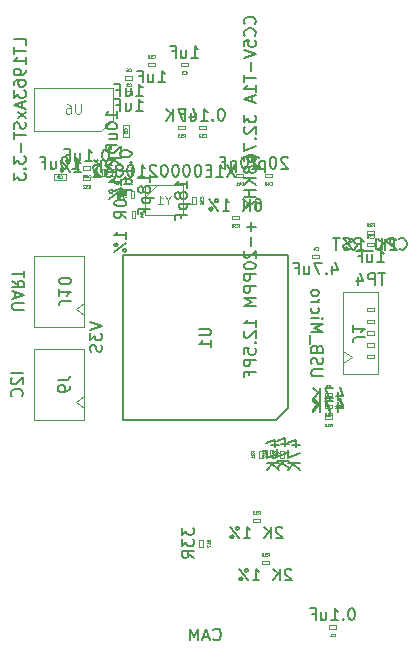
<source format=gbr>
G04 #@! TF.GenerationSoftware,KiCad,Pcbnew,(5.1.4)-1*
G04 #@! TF.CreationDate,2019-11-16T16:05:54+01:00*
G04 #@! TF.ProjectId,V3S_ESP32_Feather,5633535f-4553-4503-9332-5f4665617468,rev?*
G04 #@! TF.SameCoordinates,Original*
G04 #@! TF.FileFunction,Other,Fab,Bot*
%FSLAX46Y46*%
G04 Gerber Fmt 4.6, Leading zero omitted, Abs format (unit mm)*
G04 Created by KiCad (PCBNEW (5.1.4)-1) date 2019-11-16 16:05:54*
%MOMM*%
%LPD*%
G04 APERTURE LIST*
%ADD10C,0.100000*%
%ADD11C,0.150000*%
%ADD12C,0.040000*%
%ADD13C,0.120000*%
%ADD14C,0.105000*%
G04 APERTURE END LIST*
D10*
X37569000Y-61549000D02*
X37569000Y-62149000D01*
X37869000Y-61549000D02*
X37569000Y-61549000D01*
X37869000Y-62149000D02*
X37869000Y-61549000D01*
X37569000Y-62149000D02*
X37869000Y-62149000D01*
X50507107Y-46069000D02*
X49800000Y-45569000D01*
X49800000Y-46569000D02*
X50507107Y-46069000D01*
X52350000Y-41919000D02*
X52350000Y-42219000D01*
X51750000Y-41919000D02*
X52350000Y-41919000D01*
X51750000Y-42219000D02*
X51750000Y-41919000D01*
X52350000Y-42219000D02*
X51750000Y-42219000D01*
X52350000Y-42919000D02*
X52350000Y-43219000D01*
X51750000Y-42919000D02*
X52350000Y-42919000D01*
X51750000Y-43219000D02*
X51750000Y-42919000D01*
X52350000Y-43219000D02*
X51750000Y-43219000D01*
X52350000Y-43919000D02*
X52350000Y-44219000D01*
X51750000Y-43919000D02*
X52350000Y-43919000D01*
X51750000Y-44219000D02*
X51750000Y-43919000D01*
X52350000Y-44219000D02*
X51750000Y-44219000D01*
X52350000Y-44919000D02*
X52350000Y-45219000D01*
X51750000Y-44919000D02*
X52350000Y-44919000D01*
X51750000Y-45219000D02*
X51750000Y-44919000D01*
X52350000Y-45219000D02*
X51750000Y-45219000D01*
X52350000Y-45919000D02*
X52350000Y-46219000D01*
X51750000Y-45919000D02*
X52350000Y-45919000D01*
X51750000Y-46219000D02*
X51750000Y-45919000D01*
X52350000Y-46219000D02*
X51750000Y-46219000D01*
X49800000Y-40569000D02*
X52700000Y-40569000D01*
X49800000Y-47569000D02*
X52700000Y-47569000D01*
X52700000Y-47569000D02*
X52700000Y-40569000D01*
X49800000Y-47569000D02*
X49800000Y-40569000D01*
X31323000Y-23899000D02*
X31923000Y-23899000D01*
X31323000Y-23599000D02*
X31323000Y-23899000D01*
X31923000Y-23599000D02*
X31323000Y-23599000D01*
X31923000Y-23899000D02*
X31923000Y-23599000D01*
X27129893Y-42013000D02*
X27837000Y-41513000D01*
X27837000Y-42513000D02*
X27129893Y-42013000D01*
X27837000Y-37513000D02*
X23587000Y-37513000D01*
X27837000Y-43513000D02*
X23587000Y-43513000D01*
X23587000Y-43513000D02*
X23587000Y-37513000D01*
X27837000Y-43513000D02*
X27837000Y-37513000D01*
X27129893Y-49887000D02*
X27837000Y-49387000D01*
X27837000Y-50387000D02*
X27129893Y-49887000D01*
X27837000Y-45387000D02*
X23587000Y-45387000D01*
X27837000Y-51387000D02*
X23587000Y-51387000D01*
X23587000Y-51387000D02*
X23587000Y-45387000D01*
X27837000Y-51387000D02*
X27837000Y-45387000D01*
X28367000Y-29949000D02*
X27767000Y-29949000D01*
X28367000Y-30249000D02*
X28367000Y-29949000D01*
X27767000Y-30249000D02*
X28367000Y-30249000D01*
X27767000Y-29949000D02*
X27767000Y-30249000D01*
X30503000Y-30780000D02*
X30503000Y-30180000D01*
X30203000Y-30780000D02*
X30503000Y-30780000D01*
X30203000Y-30180000D02*
X30203000Y-30780000D01*
X30503000Y-30180000D02*
X30203000Y-30180000D01*
X26281000Y-30611000D02*
X25281000Y-30611000D01*
X26281000Y-31111000D02*
X26281000Y-30611000D01*
X25281000Y-31111000D02*
X26281000Y-31111000D01*
X25281000Y-30611000D02*
X25281000Y-31111000D01*
X31119000Y-26424000D02*
X31119000Y-27424000D01*
X31619000Y-26424000D02*
X31119000Y-26424000D01*
X31619000Y-27424000D02*
X31619000Y-26424000D01*
X31119000Y-27424000D02*
X31619000Y-27424000D01*
X49195000Y-68811000D02*
X48595000Y-68811000D01*
X49195000Y-69111000D02*
X49195000Y-68811000D01*
X48595000Y-69111000D02*
X49195000Y-69111000D01*
X48595000Y-68811000D02*
X48595000Y-69111000D01*
X30274000Y-23296000D02*
X23574000Y-23296000D01*
X23574000Y-26996000D02*
X23574000Y-23296000D01*
X30274000Y-25996000D02*
X30274000Y-23296000D01*
X29274000Y-26996000D02*
X23574000Y-26996000D01*
X29274000Y-26996000D02*
X30274000Y-25996000D01*
X33228000Y-21486000D02*
X33828000Y-21486000D01*
X33228000Y-21186000D02*
X33228000Y-21486000D01*
X33828000Y-21186000D02*
X33228000Y-21186000D01*
X33828000Y-21486000D02*
X33828000Y-21186000D01*
X31323000Y-22629000D02*
X31923000Y-22629000D01*
X31323000Y-22329000D02*
X31323000Y-22629000D01*
X31923000Y-22329000D02*
X31323000Y-22329000D01*
X31923000Y-22629000D02*
X31923000Y-22329000D01*
X36622000Y-21186000D02*
X36022000Y-21186000D01*
X36622000Y-21486000D02*
X36622000Y-21186000D01*
X36022000Y-21486000D02*
X36622000Y-21486000D01*
X36022000Y-21186000D02*
X36022000Y-21486000D01*
X48214000Y-49426000D02*
X48814000Y-49426000D01*
X48214000Y-49126000D02*
X48214000Y-49426000D01*
X48814000Y-49126000D02*
X48214000Y-49126000D01*
X48814000Y-49426000D02*
X48814000Y-49126000D01*
X38146000Y-26520000D02*
X37546000Y-26520000D01*
X38146000Y-26820000D02*
X38146000Y-26520000D01*
X37546000Y-26820000D02*
X38146000Y-26820000D01*
X37546000Y-26520000D02*
X37546000Y-26820000D01*
X36368000Y-26520000D02*
X35768000Y-26520000D01*
X36368000Y-26820000D02*
X36368000Y-26520000D01*
X35768000Y-26820000D02*
X36368000Y-26820000D01*
X35768000Y-26520000D02*
X35768000Y-26820000D01*
X47762000Y-37742000D02*
X47762000Y-37442000D01*
X47762000Y-37442000D02*
X47162000Y-37442000D01*
X47162000Y-37442000D02*
X47162000Y-37742000D01*
X47162000Y-37742000D02*
X47762000Y-37742000D01*
X36984800Y-32516800D02*
X36984800Y-33116800D01*
X37284800Y-32516800D02*
X36984800Y-32516800D01*
X37284800Y-33116800D02*
X37284800Y-32516800D01*
X36984800Y-33116800D02*
X37284800Y-33116800D01*
X32077800Y-32008800D02*
X31777800Y-32008800D01*
X31777800Y-32008800D02*
X31777800Y-32608800D01*
X31777800Y-32608800D02*
X32077800Y-32608800D01*
X32077800Y-32608800D02*
X32077800Y-32008800D01*
X52370000Y-36726000D02*
X52370000Y-36426000D01*
X52370000Y-36426000D02*
X51770000Y-36426000D01*
X51770000Y-36426000D02*
X51770000Y-36726000D01*
X51770000Y-36726000D02*
X52370000Y-36726000D01*
X43734000Y-30584000D02*
X43134000Y-30584000D01*
X43734000Y-30884000D02*
X43734000Y-30584000D01*
X43134000Y-30884000D02*
X43734000Y-30884000D01*
X43134000Y-30584000D02*
X43134000Y-30884000D01*
X40721000Y-30584000D02*
X40721000Y-30884000D01*
X40721000Y-30884000D02*
X41321000Y-30884000D01*
X41321000Y-30884000D02*
X41321000Y-30584000D01*
X41321000Y-30584000D02*
X40721000Y-30584000D01*
X31854000Y-34336000D02*
X32154000Y-34336000D01*
X32154000Y-34336000D02*
X32154000Y-33736000D01*
X32154000Y-33736000D02*
X31854000Y-33736000D01*
X31854000Y-33736000D02*
X31854000Y-34336000D01*
X42880000Y-63650000D02*
X43480000Y-63650000D01*
X42880000Y-63350000D02*
X42880000Y-63650000D01*
X43480000Y-63350000D02*
X42880000Y-63350000D01*
X43480000Y-63650000D02*
X43480000Y-63350000D01*
X42718000Y-60094000D02*
X42718000Y-59794000D01*
X42718000Y-59794000D02*
X42118000Y-59794000D01*
X42118000Y-59794000D02*
X42118000Y-60094000D01*
X42118000Y-60094000D02*
X42718000Y-60094000D01*
X43838000Y-53929000D02*
X43538000Y-53929000D01*
X43538000Y-53929000D02*
X43538000Y-54529000D01*
X43538000Y-54529000D02*
X43838000Y-54529000D01*
X43838000Y-54529000D02*
X43838000Y-53929000D01*
X44727000Y-54656000D02*
X44727000Y-54056000D01*
X44427000Y-54656000D02*
X44727000Y-54656000D01*
X44427000Y-54056000D02*
X44427000Y-54656000D01*
X44727000Y-54056000D02*
X44427000Y-54056000D01*
X48214000Y-51031000D02*
X48214000Y-51331000D01*
X48214000Y-51331000D02*
X48814000Y-51331000D01*
X48814000Y-51331000D02*
X48814000Y-51031000D01*
X48814000Y-51031000D02*
X48214000Y-51031000D01*
X48214000Y-50142000D02*
X48214000Y-50442000D01*
X48214000Y-50442000D02*
X48814000Y-50442000D01*
X48814000Y-50442000D02*
X48814000Y-50142000D01*
X48814000Y-50142000D02*
X48214000Y-50142000D01*
X42949000Y-54656000D02*
X42949000Y-54056000D01*
X42649000Y-54656000D02*
X42949000Y-54656000D01*
X42649000Y-54056000D02*
X42649000Y-54656000D01*
X42949000Y-54056000D02*
X42649000Y-54056000D01*
X52370000Y-35710000D02*
X52370000Y-35410000D01*
X52370000Y-35410000D02*
X51770000Y-35410000D01*
X51770000Y-35410000D02*
X51770000Y-35710000D01*
X51770000Y-35710000D02*
X52370000Y-35710000D01*
X40940000Y-34140000D02*
X40340000Y-34140000D01*
X40940000Y-34440000D02*
X40940000Y-34140000D01*
X40340000Y-34440000D02*
X40940000Y-34440000D01*
X40340000Y-34140000D02*
X40340000Y-34440000D01*
X29614000Y-30780000D02*
X29614000Y-30180000D01*
X29314000Y-30780000D02*
X29614000Y-30780000D01*
X29314000Y-30180000D02*
X29314000Y-30780000D01*
X29614000Y-30180000D02*
X29314000Y-30180000D01*
X27767000Y-30838000D02*
X27767000Y-31138000D01*
X27767000Y-31138000D02*
X28367000Y-31138000D01*
X28367000Y-31138000D02*
X28367000Y-30838000D01*
X28367000Y-30838000D02*
X27767000Y-30838000D01*
D11*
X45100000Y-50450000D02*
X45100000Y-37450000D01*
X45100000Y-37450000D02*
X31100000Y-37450000D01*
X31100000Y-37450000D02*
X31100000Y-51450000D01*
X31100000Y-51450000D02*
X44100000Y-51450000D01*
X44100000Y-51450000D02*
X45100000Y-50450000D01*
D10*
X32994800Y-34066800D02*
X32994800Y-31566800D01*
X32994800Y-31566800D02*
X36194800Y-31566800D01*
X36194800Y-31566800D02*
X36194800Y-34066800D01*
X36194800Y-34066800D02*
X32994800Y-34066800D01*
X32994800Y-32566800D02*
X33994800Y-31566800D01*
D11*
X36121380Y-60539476D02*
X36121380Y-61158523D01*
X36502333Y-60825190D01*
X36502333Y-60968047D01*
X36549952Y-61063285D01*
X36597571Y-61110904D01*
X36692809Y-61158523D01*
X36930904Y-61158523D01*
X37026142Y-61110904D01*
X37073761Y-61063285D01*
X37121380Y-60968047D01*
X37121380Y-60682333D01*
X37073761Y-60587095D01*
X37026142Y-60539476D01*
X36121380Y-61491857D02*
X36121380Y-62110904D01*
X36502333Y-61777571D01*
X36502333Y-61920428D01*
X36549952Y-62015666D01*
X36597571Y-62063285D01*
X36692809Y-62110904D01*
X36930904Y-62110904D01*
X37026142Y-62063285D01*
X37073761Y-62015666D01*
X37121380Y-61920428D01*
X37121380Y-61634714D01*
X37073761Y-61539476D01*
X37026142Y-61491857D01*
X37121380Y-63110904D02*
X36645190Y-62777571D01*
X37121380Y-62539476D02*
X36121380Y-62539476D01*
X36121380Y-62920428D01*
X36169000Y-63015666D01*
X36216619Y-63063285D01*
X36311857Y-63110904D01*
X36454714Y-63110904D01*
X36549952Y-63063285D01*
X36597571Y-63015666D01*
X36645190Y-62920428D01*
X36645190Y-62539476D01*
D12*
X38512095Y-61688285D02*
X38393047Y-61604952D01*
X38512095Y-61545428D02*
X38262095Y-61545428D01*
X38262095Y-61640666D01*
X38274000Y-61664476D01*
X38285904Y-61676380D01*
X38309714Y-61688285D01*
X38345428Y-61688285D01*
X38369238Y-61676380D01*
X38381142Y-61664476D01*
X38393047Y-61640666D01*
X38393047Y-61545428D01*
X38512095Y-61926380D02*
X38512095Y-61783523D01*
X38512095Y-61854952D02*
X38262095Y-61854952D01*
X38297809Y-61831142D01*
X38321619Y-61807333D01*
X38333523Y-61783523D01*
X38262095Y-62009714D02*
X38262095Y-62176380D01*
X38512095Y-62069238D01*
D11*
X48047619Y-47711857D02*
X47238095Y-47711857D01*
X47142857Y-47664238D01*
X47095238Y-47616619D01*
X47047619Y-47521380D01*
X47047619Y-47330904D01*
X47095238Y-47235666D01*
X47142857Y-47188047D01*
X47238095Y-47140428D01*
X48047619Y-47140428D01*
X47095238Y-46711857D02*
X47047619Y-46569000D01*
X47047619Y-46330904D01*
X47095238Y-46235666D01*
X47142857Y-46188047D01*
X47238095Y-46140428D01*
X47333333Y-46140428D01*
X47428571Y-46188047D01*
X47476190Y-46235666D01*
X47523809Y-46330904D01*
X47571428Y-46521380D01*
X47619047Y-46616619D01*
X47666666Y-46664238D01*
X47761904Y-46711857D01*
X47857142Y-46711857D01*
X47952380Y-46664238D01*
X48000000Y-46616619D01*
X48047619Y-46521380D01*
X48047619Y-46283285D01*
X48000000Y-46140428D01*
X47571428Y-45378523D02*
X47523809Y-45235666D01*
X47476190Y-45188047D01*
X47380952Y-45140428D01*
X47238095Y-45140428D01*
X47142857Y-45188047D01*
X47095238Y-45235666D01*
X47047619Y-45330904D01*
X47047619Y-45711857D01*
X48047619Y-45711857D01*
X48047619Y-45378523D01*
X48000000Y-45283285D01*
X47952380Y-45235666D01*
X47857142Y-45188047D01*
X47761904Y-45188047D01*
X47666666Y-45235666D01*
X47619047Y-45283285D01*
X47571428Y-45378523D01*
X47571428Y-45711857D01*
X46952380Y-44949952D02*
X46952380Y-44188047D01*
X47047619Y-43949952D02*
X48047619Y-43949952D01*
X47333333Y-43616619D01*
X48047619Y-43283285D01*
X47047619Y-43283285D01*
X47047619Y-42807095D02*
X47714285Y-42807095D01*
X48047619Y-42807095D02*
X48000000Y-42854714D01*
X47952380Y-42807095D01*
X48000000Y-42759476D01*
X48047619Y-42807095D01*
X47952380Y-42807095D01*
X47095238Y-41902333D02*
X47047619Y-41997571D01*
X47047619Y-42188047D01*
X47095238Y-42283285D01*
X47142857Y-42330904D01*
X47238095Y-42378523D01*
X47523809Y-42378523D01*
X47619047Y-42330904D01*
X47666666Y-42283285D01*
X47714285Y-42188047D01*
X47714285Y-41997571D01*
X47666666Y-41902333D01*
X47047619Y-41473761D02*
X47714285Y-41473761D01*
X47523809Y-41473761D02*
X47619047Y-41426142D01*
X47666666Y-41378523D01*
X47714285Y-41283285D01*
X47714285Y-41188047D01*
X47047619Y-40711857D02*
X47095238Y-40807095D01*
X47142857Y-40854714D01*
X47238095Y-40902333D01*
X47523809Y-40902333D01*
X47619047Y-40854714D01*
X47666666Y-40807095D01*
X47714285Y-40711857D01*
X47714285Y-40569000D01*
X47666666Y-40473761D01*
X47619047Y-40426142D01*
X47523809Y-40378523D01*
X47238095Y-40378523D01*
X47142857Y-40426142D01*
X47095238Y-40473761D01*
X47047619Y-40569000D01*
X47047619Y-40711857D01*
X51597619Y-44402333D02*
X50883333Y-44402333D01*
X50740476Y-44449952D01*
X50645238Y-44545190D01*
X50597619Y-44688047D01*
X50597619Y-44783285D01*
X50597619Y-43402333D02*
X50597619Y-43973761D01*
X50597619Y-43688047D02*
X51597619Y-43688047D01*
X51454761Y-43783285D01*
X51359523Y-43878523D01*
X51311904Y-43973761D01*
X32218238Y-25251380D02*
X32789666Y-25251380D01*
X32503952Y-25251380D02*
X32503952Y-24251380D01*
X32599190Y-24394238D01*
X32694428Y-24489476D01*
X32789666Y-24537095D01*
X31361095Y-24584714D02*
X31361095Y-25251380D01*
X31789666Y-24584714D02*
X31789666Y-25108523D01*
X31742047Y-25203761D01*
X31646809Y-25251380D01*
X31503952Y-25251380D01*
X31408714Y-25203761D01*
X31361095Y-25156142D01*
X30551571Y-24727571D02*
X30884904Y-24727571D01*
X30884904Y-25251380D02*
X30884904Y-24251380D01*
X30408714Y-24251380D01*
D12*
X31664666Y-23158285D02*
X31676571Y-23170190D01*
X31712285Y-23182095D01*
X31736095Y-23182095D01*
X31771809Y-23170190D01*
X31795619Y-23146380D01*
X31807523Y-23122571D01*
X31819428Y-23074952D01*
X31819428Y-23039238D01*
X31807523Y-22991619D01*
X31795619Y-22967809D01*
X31771809Y-22944000D01*
X31736095Y-22932095D01*
X31712285Y-22932095D01*
X31676571Y-22944000D01*
X31664666Y-22955904D01*
X31569428Y-22955904D02*
X31557523Y-22944000D01*
X31533714Y-22932095D01*
X31474190Y-22932095D01*
X31450380Y-22944000D01*
X31438476Y-22955904D01*
X31426571Y-22979714D01*
X31426571Y-23003523D01*
X31438476Y-23039238D01*
X31581333Y-23182095D01*
X31426571Y-23182095D01*
D11*
X22729619Y-42108238D02*
X21920095Y-42108238D01*
X21824857Y-42060619D01*
X21777238Y-42013000D01*
X21729619Y-41917761D01*
X21729619Y-41727285D01*
X21777238Y-41632047D01*
X21824857Y-41584428D01*
X21920095Y-41536809D01*
X22729619Y-41536809D01*
X22015333Y-41108238D02*
X22015333Y-40632047D01*
X21729619Y-41203476D02*
X22729619Y-40870142D01*
X21729619Y-40536809D01*
X21729619Y-39632047D02*
X22205809Y-39965380D01*
X21729619Y-40203476D02*
X22729619Y-40203476D01*
X22729619Y-39822523D01*
X22682000Y-39727285D01*
X22634380Y-39679666D01*
X22539142Y-39632047D01*
X22396285Y-39632047D01*
X22301047Y-39679666D01*
X22253428Y-39727285D01*
X22205809Y-39822523D01*
X22205809Y-40203476D01*
X22729619Y-39346333D02*
X22729619Y-38774904D01*
X21729619Y-39060619D02*
X22729619Y-39060619D01*
X26709619Y-41322523D02*
X25995333Y-41322523D01*
X25852476Y-41370142D01*
X25757238Y-41465380D01*
X25709619Y-41608238D01*
X25709619Y-41703476D01*
X25709619Y-40322523D02*
X25709619Y-40893952D01*
X25709619Y-40608238D02*
X26709619Y-40608238D01*
X26566761Y-40703476D01*
X26471523Y-40798714D01*
X26423904Y-40893952D01*
X26709619Y-39703476D02*
X26709619Y-39608238D01*
X26662000Y-39513000D01*
X26614380Y-39465380D01*
X26519142Y-39417761D01*
X26328666Y-39370142D01*
X26090571Y-39370142D01*
X25900095Y-39417761D01*
X25804857Y-39465380D01*
X25757238Y-39513000D01*
X25709619Y-39608238D01*
X25709619Y-39703476D01*
X25757238Y-39798714D01*
X25804857Y-39846333D01*
X25900095Y-39893952D01*
X26090571Y-39941571D01*
X26328666Y-39941571D01*
X26519142Y-39893952D01*
X26614380Y-39846333D01*
X26662000Y-39798714D01*
X26709619Y-39703476D01*
X22634380Y-47410809D02*
X21634380Y-47410809D01*
X21729619Y-47839380D02*
X21682000Y-47887000D01*
X21634380Y-47982238D01*
X21634380Y-48220333D01*
X21682000Y-48315571D01*
X21729619Y-48363190D01*
X21824857Y-48410809D01*
X21920095Y-48410809D01*
X22062952Y-48363190D01*
X22634380Y-47791761D01*
X22634380Y-48410809D01*
X22539142Y-49410809D02*
X22586761Y-49363190D01*
X22634380Y-49220333D01*
X22634380Y-49125095D01*
X22586761Y-48982238D01*
X22491523Y-48887000D01*
X22396285Y-48839380D01*
X22205809Y-48791761D01*
X22062952Y-48791761D01*
X21872476Y-48839380D01*
X21777238Y-48887000D01*
X21682000Y-48982238D01*
X21634380Y-49125095D01*
X21634380Y-49220333D01*
X21682000Y-49363190D01*
X21729619Y-49410809D01*
X25614380Y-48053666D02*
X26328666Y-48053666D01*
X26471523Y-48006047D01*
X26566761Y-47910809D01*
X26614380Y-47767952D01*
X26614380Y-47672714D01*
X26614380Y-48577476D02*
X26614380Y-48767952D01*
X26566761Y-48863190D01*
X26519142Y-48910809D01*
X26376285Y-49006047D01*
X26185809Y-49053666D01*
X25804857Y-49053666D01*
X25709619Y-49006047D01*
X25662000Y-48958428D01*
X25614380Y-48863190D01*
X25614380Y-48672714D01*
X25662000Y-48577476D01*
X25709619Y-48529857D01*
X25804857Y-48482238D01*
X26042952Y-48482238D01*
X26138190Y-48529857D01*
X26185809Y-48577476D01*
X26233428Y-48672714D01*
X26233428Y-48863190D01*
X26185809Y-48958428D01*
X26138190Y-49006047D01*
X26042952Y-49053666D01*
X38790476Y-69997142D02*
X38838095Y-70044761D01*
X38980952Y-70092380D01*
X39076190Y-70092380D01*
X39219047Y-70044761D01*
X39314285Y-69949523D01*
X39361904Y-69854285D01*
X39409523Y-69663809D01*
X39409523Y-69520952D01*
X39361904Y-69330476D01*
X39314285Y-69235238D01*
X39219047Y-69140000D01*
X39076190Y-69092380D01*
X38980952Y-69092380D01*
X38838095Y-69140000D01*
X38790476Y-69187619D01*
X38409523Y-69806666D02*
X37933333Y-69806666D01*
X38504761Y-70092380D02*
X38171428Y-69092380D01*
X37838095Y-70092380D01*
X37504761Y-70092380D02*
X37504761Y-69092380D01*
X37171428Y-69806666D01*
X36838095Y-69092380D01*
X36838095Y-70092380D01*
X29709857Y-28501380D02*
X29614619Y-28501380D01*
X29519380Y-28549000D01*
X29471761Y-28596619D01*
X29424142Y-28691857D01*
X29376523Y-28882333D01*
X29376523Y-29120428D01*
X29424142Y-29310904D01*
X29471761Y-29406142D01*
X29519380Y-29453761D01*
X29614619Y-29501380D01*
X29709857Y-29501380D01*
X29805095Y-29453761D01*
X29852714Y-29406142D01*
X29900333Y-29310904D01*
X29947952Y-29120428D01*
X29947952Y-28882333D01*
X29900333Y-28691857D01*
X29852714Y-28596619D01*
X29805095Y-28549000D01*
X29709857Y-28501380D01*
X28947952Y-29406142D02*
X28900333Y-29453761D01*
X28947952Y-29501380D01*
X28995571Y-29453761D01*
X28947952Y-29406142D01*
X28947952Y-29501380D01*
X27947952Y-29501380D02*
X28519380Y-29501380D01*
X28233666Y-29501380D02*
X28233666Y-28501380D01*
X28328904Y-28644238D01*
X28424142Y-28739476D01*
X28519380Y-28787095D01*
X27090809Y-28834714D02*
X27090809Y-29501380D01*
X27519380Y-28834714D02*
X27519380Y-29358523D01*
X27471761Y-29453761D01*
X27376523Y-29501380D01*
X27233666Y-29501380D01*
X27138428Y-29453761D01*
X27090809Y-29406142D01*
X26281285Y-28977571D02*
X26614619Y-28977571D01*
X26614619Y-29501380D02*
X26614619Y-28501380D01*
X26138428Y-28501380D01*
D12*
X28227714Y-30868285D02*
X28239619Y-30880190D01*
X28275333Y-30892095D01*
X28299142Y-30892095D01*
X28334857Y-30880190D01*
X28358666Y-30856380D01*
X28370571Y-30832571D01*
X28382476Y-30784952D01*
X28382476Y-30749238D01*
X28370571Y-30701619D01*
X28358666Y-30677809D01*
X28334857Y-30654000D01*
X28299142Y-30642095D01*
X28275333Y-30642095D01*
X28239619Y-30654000D01*
X28227714Y-30665904D01*
X28013428Y-30642095D02*
X28061047Y-30642095D01*
X28084857Y-30654000D01*
X28096761Y-30665904D01*
X28120571Y-30701619D01*
X28132476Y-30749238D01*
X28132476Y-30844476D01*
X28120571Y-30868285D01*
X28108666Y-30880190D01*
X28084857Y-30892095D01*
X28037238Y-30892095D01*
X28013428Y-30880190D01*
X28001523Y-30868285D01*
X27989619Y-30844476D01*
X27989619Y-30784952D01*
X28001523Y-30761142D01*
X28013428Y-30749238D01*
X28037238Y-30737333D01*
X28084857Y-30737333D01*
X28108666Y-30749238D01*
X28120571Y-30761142D01*
X28132476Y-30784952D01*
X27763428Y-30642095D02*
X27882476Y-30642095D01*
X27894380Y-30761142D01*
X27882476Y-30749238D01*
X27858666Y-30737333D01*
X27799142Y-30737333D01*
X27775333Y-30749238D01*
X27763428Y-30761142D01*
X27751523Y-30784952D01*
X27751523Y-30844476D01*
X27763428Y-30868285D01*
X27775333Y-30880190D01*
X27799142Y-30892095D01*
X27858666Y-30892095D01*
X27882476Y-30880190D01*
X27894380Y-30868285D01*
D11*
X30855380Y-28837142D02*
X30855380Y-28932380D01*
X30903000Y-29027619D01*
X30950619Y-29075238D01*
X31045857Y-29122857D01*
X31236333Y-29170476D01*
X31474428Y-29170476D01*
X31664904Y-29122857D01*
X31760142Y-29075238D01*
X31807761Y-29027619D01*
X31855380Y-28932380D01*
X31855380Y-28837142D01*
X31807761Y-28741904D01*
X31760142Y-28694285D01*
X31664904Y-28646666D01*
X31474428Y-28599047D01*
X31236333Y-28599047D01*
X31045857Y-28646666D01*
X30950619Y-28694285D01*
X30903000Y-28741904D01*
X30855380Y-28837142D01*
X31760142Y-29599047D02*
X31807761Y-29646666D01*
X31855380Y-29599047D01*
X31807761Y-29551428D01*
X31760142Y-29599047D01*
X31855380Y-29599047D01*
X31855380Y-30599047D02*
X31855380Y-30027619D01*
X31855380Y-30313333D02*
X30855380Y-30313333D01*
X30998238Y-30218095D01*
X31093476Y-30122857D01*
X31141095Y-30027619D01*
X31188714Y-31456190D02*
X31855380Y-31456190D01*
X31188714Y-31027619D02*
X31712523Y-31027619D01*
X31807761Y-31075238D01*
X31855380Y-31170476D01*
X31855380Y-31313333D01*
X31807761Y-31408571D01*
X31760142Y-31456190D01*
X31331571Y-32265714D02*
X31331571Y-31932380D01*
X31855380Y-31932380D02*
X30855380Y-31932380D01*
X30855380Y-32408571D01*
D12*
X29762285Y-30319285D02*
X29774190Y-30307380D01*
X29786095Y-30271666D01*
X29786095Y-30247857D01*
X29774190Y-30212142D01*
X29750380Y-30188333D01*
X29726571Y-30176428D01*
X29678952Y-30164523D01*
X29643238Y-30164523D01*
X29595619Y-30176428D01*
X29571809Y-30188333D01*
X29548000Y-30212142D01*
X29536095Y-30247857D01*
X29536095Y-30271666D01*
X29548000Y-30307380D01*
X29559904Y-30319285D01*
X29536095Y-30533571D02*
X29536095Y-30485952D01*
X29548000Y-30462142D01*
X29559904Y-30450238D01*
X29595619Y-30426428D01*
X29643238Y-30414523D01*
X29738476Y-30414523D01*
X29762285Y-30426428D01*
X29774190Y-30438333D01*
X29786095Y-30462142D01*
X29786095Y-30509761D01*
X29774190Y-30533571D01*
X29762285Y-30545476D01*
X29738476Y-30557380D01*
X29678952Y-30557380D01*
X29655142Y-30545476D01*
X29643238Y-30533571D01*
X29631333Y-30509761D01*
X29631333Y-30462142D01*
X29643238Y-30438333D01*
X29655142Y-30426428D01*
X29678952Y-30414523D01*
X29619428Y-30771666D02*
X29786095Y-30771666D01*
X29524190Y-30712142D02*
X29702761Y-30652619D01*
X29702761Y-30807380D01*
D11*
X26852428Y-30143380D02*
X27423857Y-30143380D01*
X27138142Y-30143380D02*
X27138142Y-29143380D01*
X27233380Y-29286238D01*
X27328619Y-29381476D01*
X27423857Y-29429095D01*
X26233380Y-29143380D02*
X26138142Y-29143380D01*
X26042904Y-29191000D01*
X25995285Y-29238619D01*
X25947666Y-29333857D01*
X25900047Y-29524333D01*
X25900047Y-29762428D01*
X25947666Y-29952904D01*
X25995285Y-30048142D01*
X26042904Y-30095761D01*
X26138142Y-30143380D01*
X26233380Y-30143380D01*
X26328619Y-30095761D01*
X26376238Y-30048142D01*
X26423857Y-29952904D01*
X26471476Y-29762428D01*
X26471476Y-29524333D01*
X26423857Y-29333857D01*
X26376238Y-29238619D01*
X26328619Y-29191000D01*
X26233380Y-29143380D01*
X25042904Y-29476714D02*
X25042904Y-30143380D01*
X25471476Y-29476714D02*
X25471476Y-30000523D01*
X25423857Y-30095761D01*
X25328619Y-30143380D01*
X25185761Y-30143380D01*
X25090523Y-30095761D01*
X25042904Y-30048142D01*
X24233380Y-29619571D02*
X24566714Y-29619571D01*
X24566714Y-30143380D02*
X24566714Y-29143380D01*
X24090523Y-29143380D01*
D12*
X25822666Y-30950285D02*
X25834571Y-30962190D01*
X25870285Y-30974095D01*
X25894095Y-30974095D01*
X25929809Y-30962190D01*
X25953619Y-30938380D01*
X25965523Y-30914571D01*
X25977428Y-30866952D01*
X25977428Y-30831238D01*
X25965523Y-30783619D01*
X25953619Y-30759809D01*
X25929809Y-30736000D01*
X25894095Y-30724095D01*
X25870285Y-30724095D01*
X25834571Y-30736000D01*
X25822666Y-30747904D01*
X25703619Y-30974095D02*
X25656000Y-30974095D01*
X25632190Y-30962190D01*
X25620285Y-30950285D01*
X25596476Y-30914571D01*
X25584571Y-30866952D01*
X25584571Y-30771714D01*
X25596476Y-30747904D01*
X25608380Y-30736000D01*
X25632190Y-30724095D01*
X25679809Y-30724095D01*
X25703619Y-30736000D01*
X25715523Y-30747904D01*
X25727428Y-30771714D01*
X25727428Y-30831238D01*
X25715523Y-30855047D01*
X25703619Y-30866952D01*
X25679809Y-30878857D01*
X25632190Y-30878857D01*
X25608380Y-30866952D01*
X25596476Y-30855047D01*
X25584571Y-30831238D01*
D11*
X30651380Y-25852571D02*
X30651380Y-25281142D01*
X30651380Y-25566857D02*
X29651380Y-25566857D01*
X29794238Y-25471619D01*
X29889476Y-25376380D01*
X29937095Y-25281142D01*
X29651380Y-26471619D02*
X29651380Y-26566857D01*
X29699000Y-26662095D01*
X29746619Y-26709714D01*
X29841857Y-26757333D01*
X30032333Y-26804952D01*
X30270428Y-26804952D01*
X30460904Y-26757333D01*
X30556142Y-26709714D01*
X30603761Y-26662095D01*
X30651380Y-26566857D01*
X30651380Y-26471619D01*
X30603761Y-26376380D01*
X30556142Y-26328761D01*
X30460904Y-26281142D01*
X30270428Y-26233523D01*
X30032333Y-26233523D01*
X29841857Y-26281142D01*
X29746619Y-26328761D01*
X29699000Y-26376380D01*
X29651380Y-26471619D01*
X29984714Y-27662095D02*
X30651380Y-27662095D01*
X29984714Y-27233523D02*
X30508523Y-27233523D01*
X30603761Y-27281142D01*
X30651380Y-27376380D01*
X30651380Y-27519238D01*
X30603761Y-27614476D01*
X30556142Y-27662095D01*
X30127571Y-28471619D02*
X30127571Y-28138285D01*
X30651380Y-28138285D02*
X29651380Y-28138285D01*
X29651380Y-28614476D01*
D12*
X31458285Y-26882333D02*
X31470190Y-26870428D01*
X31482095Y-26834714D01*
X31482095Y-26810904D01*
X31470190Y-26775190D01*
X31446380Y-26751380D01*
X31422571Y-26739476D01*
X31374952Y-26727571D01*
X31339238Y-26727571D01*
X31291619Y-26739476D01*
X31267809Y-26751380D01*
X31244000Y-26775190D01*
X31232095Y-26810904D01*
X31232095Y-26834714D01*
X31244000Y-26870428D01*
X31255904Y-26882333D01*
X31232095Y-27108523D02*
X31232095Y-26989476D01*
X31351142Y-26977571D01*
X31339238Y-26989476D01*
X31327333Y-27013285D01*
X31327333Y-27072809D01*
X31339238Y-27096619D01*
X31351142Y-27108523D01*
X31374952Y-27120428D01*
X31434476Y-27120428D01*
X31458285Y-27108523D01*
X31470190Y-27096619D01*
X31482095Y-27072809D01*
X31482095Y-27013285D01*
X31470190Y-26989476D01*
X31458285Y-26977571D01*
D11*
X50537857Y-67363380D02*
X50442619Y-67363380D01*
X50347380Y-67411000D01*
X50299761Y-67458619D01*
X50252142Y-67553857D01*
X50204523Y-67744333D01*
X50204523Y-67982428D01*
X50252142Y-68172904D01*
X50299761Y-68268142D01*
X50347380Y-68315761D01*
X50442619Y-68363380D01*
X50537857Y-68363380D01*
X50633095Y-68315761D01*
X50680714Y-68268142D01*
X50728333Y-68172904D01*
X50775952Y-67982428D01*
X50775952Y-67744333D01*
X50728333Y-67553857D01*
X50680714Y-67458619D01*
X50633095Y-67411000D01*
X50537857Y-67363380D01*
X49775952Y-68268142D02*
X49728333Y-68315761D01*
X49775952Y-68363380D01*
X49823571Y-68315761D01*
X49775952Y-68268142D01*
X49775952Y-68363380D01*
X48775952Y-68363380D02*
X49347380Y-68363380D01*
X49061666Y-68363380D02*
X49061666Y-67363380D01*
X49156904Y-67506238D01*
X49252142Y-67601476D01*
X49347380Y-67649095D01*
X47918809Y-67696714D02*
X47918809Y-68363380D01*
X48347380Y-67696714D02*
X48347380Y-68220523D01*
X48299761Y-68315761D01*
X48204523Y-68363380D01*
X48061666Y-68363380D01*
X47966428Y-68315761D01*
X47918809Y-68268142D01*
X47109285Y-67839571D02*
X47442619Y-67839571D01*
X47442619Y-68363380D02*
X47442619Y-67363380D01*
X46966428Y-67363380D01*
D12*
X48936666Y-69730285D02*
X48948571Y-69742190D01*
X48984285Y-69754095D01*
X49008095Y-69754095D01*
X49043809Y-69742190D01*
X49067619Y-69718380D01*
X49079523Y-69694571D01*
X49091428Y-69646952D01*
X49091428Y-69611238D01*
X49079523Y-69563619D01*
X49067619Y-69539809D01*
X49043809Y-69516000D01*
X49008095Y-69504095D01*
X48984285Y-69504095D01*
X48948571Y-69516000D01*
X48936666Y-69527904D01*
X48698571Y-69754095D02*
X48841428Y-69754095D01*
X48770000Y-69754095D02*
X48770000Y-69504095D01*
X48793809Y-69539809D01*
X48817619Y-69563619D01*
X48841428Y-69575523D01*
D11*
X22876380Y-19669809D02*
X22876380Y-19193619D01*
X21876380Y-19193619D01*
X21876380Y-19860285D02*
X21876380Y-20431714D01*
X22876380Y-20146000D02*
X21876380Y-20146000D01*
X22876380Y-21288857D02*
X22876380Y-20717428D01*
X22876380Y-21003142D02*
X21876380Y-21003142D01*
X22019238Y-20907904D01*
X22114476Y-20812666D01*
X22162095Y-20717428D01*
X22876380Y-21765047D02*
X22876380Y-21955523D01*
X22828761Y-22050761D01*
X22781142Y-22098380D01*
X22638285Y-22193619D01*
X22447809Y-22241238D01*
X22066857Y-22241238D01*
X21971619Y-22193619D01*
X21924000Y-22146000D01*
X21876380Y-22050761D01*
X21876380Y-21860285D01*
X21924000Y-21765047D01*
X21971619Y-21717428D01*
X22066857Y-21669809D01*
X22304952Y-21669809D01*
X22400190Y-21717428D01*
X22447809Y-21765047D01*
X22495428Y-21860285D01*
X22495428Y-22050761D01*
X22447809Y-22146000D01*
X22400190Y-22193619D01*
X22304952Y-22241238D01*
X21876380Y-23098380D02*
X21876380Y-22907904D01*
X21924000Y-22812666D01*
X21971619Y-22765047D01*
X22114476Y-22669809D01*
X22304952Y-22622190D01*
X22685904Y-22622190D01*
X22781142Y-22669809D01*
X22828761Y-22717428D01*
X22876380Y-22812666D01*
X22876380Y-23003142D01*
X22828761Y-23098380D01*
X22781142Y-23146000D01*
X22685904Y-23193619D01*
X22447809Y-23193619D01*
X22352571Y-23146000D01*
X22304952Y-23098380D01*
X22257333Y-23003142D01*
X22257333Y-22812666D01*
X22304952Y-22717428D01*
X22352571Y-22669809D01*
X22447809Y-22622190D01*
X21876380Y-23526952D02*
X21876380Y-24146000D01*
X22257333Y-23812666D01*
X22257333Y-23955523D01*
X22304952Y-24050761D01*
X22352571Y-24098380D01*
X22447809Y-24146000D01*
X22685904Y-24146000D01*
X22781142Y-24098380D01*
X22828761Y-24050761D01*
X22876380Y-23955523D01*
X22876380Y-23669809D01*
X22828761Y-23574571D01*
X22781142Y-23526952D01*
X22590666Y-24526952D02*
X22590666Y-25003142D01*
X22876380Y-24431714D02*
X21876380Y-24765047D01*
X22876380Y-25098380D01*
X22876380Y-25336476D02*
X22209714Y-25860285D01*
X22209714Y-25336476D02*
X22876380Y-25860285D01*
X22828761Y-26193619D02*
X22876380Y-26336476D01*
X22876380Y-26574571D01*
X22828761Y-26669809D01*
X22781142Y-26717428D01*
X22685904Y-26765047D01*
X22590666Y-26765047D01*
X22495428Y-26717428D01*
X22447809Y-26669809D01*
X22400190Y-26574571D01*
X22352571Y-26384095D01*
X22304952Y-26288857D01*
X22257333Y-26241238D01*
X22162095Y-26193619D01*
X22066857Y-26193619D01*
X21971619Y-26241238D01*
X21924000Y-26288857D01*
X21876380Y-26384095D01*
X21876380Y-26622190D01*
X21924000Y-26765047D01*
X21876380Y-27050761D02*
X21876380Y-27622190D01*
X22876380Y-27336476D02*
X21876380Y-27336476D01*
X22495428Y-27955523D02*
X22495428Y-28717428D01*
X21876380Y-29098380D02*
X21876380Y-29717428D01*
X22257333Y-29384095D01*
X22257333Y-29526952D01*
X22304952Y-29622190D01*
X22352571Y-29669809D01*
X22447809Y-29717428D01*
X22685904Y-29717428D01*
X22781142Y-29669809D01*
X22828761Y-29622190D01*
X22876380Y-29526952D01*
X22876380Y-29241238D01*
X22828761Y-29146000D01*
X22781142Y-29098380D01*
X22781142Y-30146000D02*
X22828761Y-30193619D01*
X22876380Y-30146000D01*
X22828761Y-30098380D01*
X22781142Y-30146000D01*
X22876380Y-30146000D01*
X21876380Y-30526952D02*
X21876380Y-31146000D01*
X22257333Y-30812666D01*
X22257333Y-30955523D01*
X22304952Y-31050761D01*
X22352571Y-31098380D01*
X22447809Y-31146000D01*
X22685904Y-31146000D01*
X22781142Y-31098380D01*
X22828761Y-31050761D01*
X22876380Y-30955523D01*
X22876380Y-30669809D01*
X22828761Y-30574571D01*
X22781142Y-30526952D01*
D13*
X27533523Y-24707904D02*
X27533523Y-25355523D01*
X27495428Y-25431714D01*
X27457333Y-25469809D01*
X27381142Y-25507904D01*
X27228761Y-25507904D01*
X27152571Y-25469809D01*
X27114476Y-25431714D01*
X27076380Y-25355523D01*
X27076380Y-24707904D01*
X26352571Y-24707904D02*
X26504952Y-24707904D01*
X26581142Y-24746000D01*
X26619238Y-24784095D01*
X26695428Y-24898380D01*
X26733523Y-25050761D01*
X26733523Y-25355523D01*
X26695428Y-25431714D01*
X26657333Y-25469809D01*
X26581142Y-25507904D01*
X26428761Y-25507904D01*
X26352571Y-25469809D01*
X26314476Y-25431714D01*
X26276380Y-25355523D01*
X26276380Y-25165047D01*
X26314476Y-25088857D01*
X26352571Y-25050761D01*
X26428761Y-25012666D01*
X26581142Y-25012666D01*
X26657333Y-25050761D01*
X26695428Y-25088857D01*
X26733523Y-25165047D01*
D11*
X54522380Y-36907142D02*
X54570000Y-36954761D01*
X54712857Y-37002380D01*
X54808095Y-37002380D01*
X54950952Y-36954761D01*
X55046190Y-36859523D01*
X55093809Y-36764285D01*
X55141428Y-36573809D01*
X55141428Y-36430952D01*
X55093809Y-36240476D01*
X55046190Y-36145238D01*
X54950952Y-36050000D01*
X54808095Y-36002380D01*
X54712857Y-36002380D01*
X54570000Y-36050000D01*
X54522380Y-36097619D01*
X54093809Y-37002380D02*
X54093809Y-36002380D01*
X53712857Y-36002380D01*
X53617619Y-36050000D01*
X53570000Y-36097619D01*
X53522380Y-36192857D01*
X53522380Y-36335714D01*
X53570000Y-36430952D01*
X53617619Y-36478571D01*
X53712857Y-36526190D01*
X54093809Y-36526190D01*
X53093809Y-36002380D02*
X53093809Y-36811904D01*
X53046190Y-36907142D01*
X52998571Y-36954761D01*
X52903333Y-37002380D01*
X52712857Y-37002380D01*
X52617619Y-36954761D01*
X52570000Y-36907142D01*
X52522380Y-36811904D01*
X52522380Y-36002380D01*
X52284285Y-37097619D02*
X51522380Y-37097619D01*
X50712857Y-37002380D02*
X51046190Y-36526190D01*
X51284285Y-37002380D02*
X51284285Y-36002380D01*
X50903333Y-36002380D01*
X50808095Y-36050000D01*
X50760476Y-36097619D01*
X50712857Y-36192857D01*
X50712857Y-36335714D01*
X50760476Y-36430952D01*
X50808095Y-36478571D01*
X50903333Y-36526190D01*
X51284285Y-36526190D01*
X50331904Y-36954761D02*
X50189047Y-37002380D01*
X49950952Y-37002380D01*
X49855714Y-36954761D01*
X49808095Y-36907142D01*
X49760476Y-36811904D01*
X49760476Y-36716666D01*
X49808095Y-36621428D01*
X49855714Y-36573809D01*
X49950952Y-36526190D01*
X50141428Y-36478571D01*
X50236666Y-36430952D01*
X50284285Y-36383333D01*
X50331904Y-36288095D01*
X50331904Y-36192857D01*
X50284285Y-36097619D01*
X50236666Y-36050000D01*
X50141428Y-36002380D01*
X49903333Y-36002380D01*
X49760476Y-36050000D01*
X49474761Y-36002380D02*
X48903333Y-36002380D01*
X49189047Y-37002380D02*
X49189047Y-36002380D01*
X53331904Y-39002380D02*
X52760476Y-39002380D01*
X53046190Y-40002380D02*
X53046190Y-39002380D01*
X52427142Y-40002380D02*
X52427142Y-39002380D01*
X52046190Y-39002380D01*
X51950952Y-39050000D01*
X51903333Y-39097619D01*
X51855714Y-39192857D01*
X51855714Y-39335714D01*
X51903333Y-39430952D01*
X51950952Y-39478571D01*
X52046190Y-39526190D01*
X52427142Y-39526190D01*
X50998571Y-39335714D02*
X50998571Y-40002380D01*
X51236666Y-38954761D02*
X51474761Y-39669047D01*
X50855714Y-39669047D01*
X34123238Y-22838380D02*
X34694666Y-22838380D01*
X34408952Y-22838380D02*
X34408952Y-21838380D01*
X34504190Y-21981238D01*
X34599428Y-22076476D01*
X34694666Y-22124095D01*
X33266095Y-22171714D02*
X33266095Y-22838380D01*
X33694666Y-22171714D02*
X33694666Y-22695523D01*
X33647047Y-22790761D01*
X33551809Y-22838380D01*
X33408952Y-22838380D01*
X33313714Y-22790761D01*
X33266095Y-22743142D01*
X32456571Y-22314571D02*
X32789904Y-22314571D01*
X32789904Y-22838380D02*
X32789904Y-21838380D01*
X32313714Y-21838380D01*
D12*
X33688714Y-20745285D02*
X33700619Y-20757190D01*
X33736333Y-20769095D01*
X33760142Y-20769095D01*
X33795857Y-20757190D01*
X33819666Y-20733380D01*
X33831571Y-20709571D01*
X33843476Y-20661952D01*
X33843476Y-20626238D01*
X33831571Y-20578619D01*
X33819666Y-20554809D01*
X33795857Y-20531000D01*
X33760142Y-20519095D01*
X33736333Y-20519095D01*
X33700619Y-20531000D01*
X33688714Y-20542904D01*
X33450619Y-20769095D02*
X33593476Y-20769095D01*
X33522047Y-20769095D02*
X33522047Y-20519095D01*
X33545857Y-20554809D01*
X33569666Y-20578619D01*
X33593476Y-20590523D01*
X33295857Y-20519095D02*
X33272047Y-20519095D01*
X33248238Y-20531000D01*
X33236333Y-20542904D01*
X33224428Y-20566714D01*
X33212523Y-20614333D01*
X33212523Y-20673857D01*
X33224428Y-20721476D01*
X33236333Y-20745285D01*
X33248238Y-20757190D01*
X33272047Y-20769095D01*
X33295857Y-20769095D01*
X33319666Y-20757190D01*
X33331571Y-20745285D01*
X33343476Y-20721476D01*
X33355380Y-20673857D01*
X33355380Y-20614333D01*
X33343476Y-20566714D01*
X33331571Y-20542904D01*
X33319666Y-20531000D01*
X33295857Y-20519095D01*
D11*
X32218238Y-23981380D02*
X32789666Y-23981380D01*
X32503952Y-23981380D02*
X32503952Y-22981380D01*
X32599190Y-23124238D01*
X32694428Y-23219476D01*
X32789666Y-23267095D01*
X31361095Y-23314714D02*
X31361095Y-23981380D01*
X31789666Y-23314714D02*
X31789666Y-23838523D01*
X31742047Y-23933761D01*
X31646809Y-23981380D01*
X31503952Y-23981380D01*
X31408714Y-23933761D01*
X31361095Y-23886142D01*
X30551571Y-23457571D02*
X30884904Y-23457571D01*
X30884904Y-23981380D02*
X30884904Y-22981380D01*
X30408714Y-22981380D01*
D12*
X31664666Y-21888285D02*
X31676571Y-21900190D01*
X31712285Y-21912095D01*
X31736095Y-21912095D01*
X31771809Y-21900190D01*
X31795619Y-21876380D01*
X31807523Y-21852571D01*
X31819428Y-21804952D01*
X31819428Y-21769238D01*
X31807523Y-21721619D01*
X31795619Y-21697809D01*
X31771809Y-21674000D01*
X31736095Y-21662095D01*
X31712285Y-21662095D01*
X31676571Y-21674000D01*
X31664666Y-21685904D01*
X31450380Y-21662095D02*
X31498000Y-21662095D01*
X31521809Y-21674000D01*
X31533714Y-21685904D01*
X31557523Y-21721619D01*
X31569428Y-21769238D01*
X31569428Y-21864476D01*
X31557523Y-21888285D01*
X31545619Y-21900190D01*
X31521809Y-21912095D01*
X31474190Y-21912095D01*
X31450380Y-21900190D01*
X31438476Y-21888285D01*
X31426571Y-21864476D01*
X31426571Y-21804952D01*
X31438476Y-21781142D01*
X31450380Y-21769238D01*
X31474190Y-21757333D01*
X31521809Y-21757333D01*
X31545619Y-21769238D01*
X31557523Y-21781142D01*
X31569428Y-21804952D01*
D11*
X36917238Y-20738380D02*
X37488666Y-20738380D01*
X37202952Y-20738380D02*
X37202952Y-19738380D01*
X37298190Y-19881238D01*
X37393428Y-19976476D01*
X37488666Y-20024095D01*
X36060095Y-20071714D02*
X36060095Y-20738380D01*
X36488666Y-20071714D02*
X36488666Y-20595523D01*
X36441047Y-20690761D01*
X36345809Y-20738380D01*
X36202952Y-20738380D01*
X36107714Y-20690761D01*
X36060095Y-20643142D01*
X35250571Y-20214571D02*
X35583904Y-20214571D01*
X35583904Y-20738380D02*
X35583904Y-19738380D01*
X35107714Y-19738380D01*
D12*
X36363666Y-22105285D02*
X36375571Y-22117190D01*
X36411285Y-22129095D01*
X36435095Y-22129095D01*
X36470809Y-22117190D01*
X36494619Y-22093380D01*
X36506523Y-22069571D01*
X36518428Y-22021952D01*
X36518428Y-21986238D01*
X36506523Y-21938619D01*
X36494619Y-21914809D01*
X36470809Y-21891000D01*
X36435095Y-21879095D01*
X36411285Y-21879095D01*
X36375571Y-21891000D01*
X36363666Y-21902904D01*
X36280333Y-21879095D02*
X36125571Y-21879095D01*
X36208904Y-21974333D01*
X36173190Y-21974333D01*
X36149380Y-21986238D01*
X36137476Y-21998142D01*
X36125571Y-22021952D01*
X36125571Y-22081476D01*
X36137476Y-22105285D01*
X36149380Y-22117190D01*
X36173190Y-22129095D01*
X36244619Y-22129095D01*
X36268428Y-22117190D01*
X36280333Y-22105285D01*
D11*
X49299714Y-50111714D02*
X49299714Y-50778380D01*
X49537809Y-49730761D02*
X49775904Y-50445047D01*
X49156857Y-50445047D01*
X48871142Y-49778380D02*
X48204476Y-49778380D01*
X48633047Y-50778380D01*
X47823523Y-50778380D02*
X47823523Y-49778380D01*
X47252095Y-50778380D02*
X47680666Y-50206952D01*
X47252095Y-49778380D02*
X47823523Y-50349809D01*
D12*
X48555666Y-48709095D02*
X48639000Y-48590047D01*
X48698523Y-48709095D02*
X48698523Y-48459095D01*
X48603285Y-48459095D01*
X48579476Y-48471000D01*
X48567571Y-48482904D01*
X48555666Y-48506714D01*
X48555666Y-48542428D01*
X48567571Y-48566238D01*
X48579476Y-48578142D01*
X48603285Y-48590047D01*
X48698523Y-48590047D01*
X48472333Y-48459095D02*
X48317571Y-48459095D01*
X48400904Y-48554333D01*
X48365190Y-48554333D01*
X48341380Y-48566238D01*
X48329476Y-48578142D01*
X48317571Y-48601952D01*
X48317571Y-48661476D01*
X48329476Y-48685285D01*
X48341380Y-48697190D01*
X48365190Y-48709095D01*
X48436619Y-48709095D01*
X48460428Y-48697190D01*
X48472333Y-48685285D01*
D11*
X39488857Y-25072380D02*
X39393619Y-25072380D01*
X39298380Y-25120000D01*
X39250761Y-25167619D01*
X39203142Y-25262857D01*
X39155523Y-25453333D01*
X39155523Y-25691428D01*
X39203142Y-25881904D01*
X39250761Y-25977142D01*
X39298380Y-26024761D01*
X39393619Y-26072380D01*
X39488857Y-26072380D01*
X39584095Y-26024761D01*
X39631714Y-25977142D01*
X39679333Y-25881904D01*
X39726952Y-25691428D01*
X39726952Y-25453333D01*
X39679333Y-25262857D01*
X39631714Y-25167619D01*
X39584095Y-25120000D01*
X39488857Y-25072380D01*
X38726952Y-25977142D02*
X38679333Y-26024761D01*
X38726952Y-26072380D01*
X38774571Y-26024761D01*
X38726952Y-25977142D01*
X38726952Y-26072380D01*
X37726952Y-26072380D02*
X38298380Y-26072380D01*
X38012666Y-26072380D02*
X38012666Y-25072380D01*
X38107904Y-25215238D01*
X38203142Y-25310476D01*
X38298380Y-25358095D01*
X36869809Y-25405714D02*
X36869809Y-26072380D01*
X37298380Y-25405714D02*
X37298380Y-25929523D01*
X37250761Y-26024761D01*
X37155523Y-26072380D01*
X37012666Y-26072380D01*
X36917428Y-26024761D01*
X36869809Y-25977142D01*
X36060285Y-25548571D02*
X36393619Y-25548571D01*
X36393619Y-26072380D02*
X36393619Y-25072380D01*
X35917428Y-25072380D01*
D12*
X38006714Y-27439285D02*
X38018619Y-27451190D01*
X38054333Y-27463095D01*
X38078142Y-27463095D01*
X38113857Y-27451190D01*
X38137666Y-27427380D01*
X38149571Y-27403571D01*
X38161476Y-27355952D01*
X38161476Y-27320238D01*
X38149571Y-27272619D01*
X38137666Y-27248809D01*
X38113857Y-27225000D01*
X38078142Y-27213095D01*
X38054333Y-27213095D01*
X38018619Y-27225000D01*
X38006714Y-27236904D01*
X37768619Y-27463095D02*
X37911476Y-27463095D01*
X37840047Y-27463095D02*
X37840047Y-27213095D01*
X37863857Y-27248809D01*
X37887666Y-27272619D01*
X37911476Y-27284523D01*
X37673380Y-27236904D02*
X37661476Y-27225000D01*
X37637666Y-27213095D01*
X37578142Y-27213095D01*
X37554333Y-27225000D01*
X37542428Y-27236904D01*
X37530523Y-27260714D01*
X37530523Y-27284523D01*
X37542428Y-27320238D01*
X37685285Y-27463095D01*
X37530523Y-27463095D01*
D11*
X36853714Y-25405714D02*
X36853714Y-26072380D01*
X37091809Y-25024761D02*
X37329904Y-25739047D01*
X36710857Y-25739047D01*
X36425142Y-25072380D02*
X35758476Y-25072380D01*
X36187047Y-26072380D01*
X35377523Y-26072380D02*
X35377523Y-25072380D01*
X34806095Y-26072380D02*
X35234666Y-25500952D01*
X34806095Y-25072380D02*
X35377523Y-25643809D01*
D12*
X36228714Y-27463095D02*
X36312047Y-27344047D01*
X36371571Y-27463095D02*
X36371571Y-27213095D01*
X36276333Y-27213095D01*
X36252523Y-27225000D01*
X36240619Y-27236904D01*
X36228714Y-27260714D01*
X36228714Y-27296428D01*
X36240619Y-27320238D01*
X36252523Y-27332142D01*
X36276333Y-27344047D01*
X36371571Y-27344047D01*
X35990619Y-27463095D02*
X36133476Y-27463095D01*
X36062047Y-27463095D02*
X36062047Y-27213095D01*
X36085857Y-27248809D01*
X36109666Y-27272619D01*
X36133476Y-27284523D01*
X35907285Y-27213095D02*
X35752523Y-27213095D01*
X35835857Y-27308333D01*
X35800142Y-27308333D01*
X35776333Y-27320238D01*
X35764428Y-27332142D01*
X35752523Y-27355952D01*
X35752523Y-27415476D01*
X35764428Y-27439285D01*
X35776333Y-27451190D01*
X35800142Y-27463095D01*
X35871571Y-27463095D01*
X35895380Y-27451190D01*
X35907285Y-27439285D01*
D11*
X48866761Y-38427714D02*
X48866761Y-39094380D01*
X49104857Y-38046761D02*
X49342952Y-38761047D01*
X48723904Y-38761047D01*
X48342952Y-38999142D02*
X48295333Y-39046761D01*
X48342952Y-39094380D01*
X48390571Y-39046761D01*
X48342952Y-38999142D01*
X48342952Y-39094380D01*
X47962000Y-38094380D02*
X47295333Y-38094380D01*
X47723904Y-39094380D01*
X46485809Y-38427714D02*
X46485809Y-39094380D01*
X46914380Y-38427714D02*
X46914380Y-38951523D01*
X46866761Y-39046761D01*
X46771523Y-39094380D01*
X46628666Y-39094380D01*
X46533428Y-39046761D01*
X46485809Y-38999142D01*
X45676285Y-38570571D02*
X46009619Y-38570571D01*
X46009619Y-39094380D02*
X46009619Y-38094380D01*
X45533428Y-38094380D01*
D12*
X47503666Y-37001285D02*
X47515571Y-37013190D01*
X47551285Y-37025095D01*
X47575095Y-37025095D01*
X47610809Y-37013190D01*
X47634619Y-36989380D01*
X47646523Y-36965571D01*
X47658428Y-36917952D01*
X47658428Y-36882238D01*
X47646523Y-36834619D01*
X47634619Y-36810809D01*
X47610809Y-36787000D01*
X47575095Y-36775095D01*
X47551285Y-36775095D01*
X47515571Y-36787000D01*
X47503666Y-36798904D01*
X47289380Y-36858428D02*
X47289380Y-37025095D01*
X47348904Y-36763190D02*
X47408428Y-36941761D01*
X47253666Y-36941761D01*
D11*
X36537180Y-31745371D02*
X36537180Y-31173942D01*
X36537180Y-31459657D02*
X35537180Y-31459657D01*
X35680038Y-31364419D01*
X35775276Y-31269180D01*
X35822895Y-31173942D01*
X35965752Y-32316800D02*
X35918133Y-32221561D01*
X35870514Y-32173942D01*
X35775276Y-32126323D01*
X35727657Y-32126323D01*
X35632419Y-32173942D01*
X35584800Y-32221561D01*
X35537180Y-32316800D01*
X35537180Y-32507276D01*
X35584800Y-32602514D01*
X35632419Y-32650133D01*
X35727657Y-32697752D01*
X35775276Y-32697752D01*
X35870514Y-32650133D01*
X35918133Y-32602514D01*
X35965752Y-32507276D01*
X35965752Y-32316800D01*
X36013371Y-32221561D01*
X36060990Y-32173942D01*
X36156228Y-32126323D01*
X36346704Y-32126323D01*
X36441942Y-32173942D01*
X36489561Y-32221561D01*
X36537180Y-32316800D01*
X36537180Y-32507276D01*
X36489561Y-32602514D01*
X36441942Y-32650133D01*
X36346704Y-32697752D01*
X36156228Y-32697752D01*
X36060990Y-32650133D01*
X36013371Y-32602514D01*
X35965752Y-32507276D01*
X35870514Y-33126323D02*
X36870514Y-33126323D01*
X35918133Y-33126323D02*
X35870514Y-33221561D01*
X35870514Y-33412038D01*
X35918133Y-33507276D01*
X35965752Y-33554895D01*
X36060990Y-33602514D01*
X36346704Y-33602514D01*
X36441942Y-33554895D01*
X36489561Y-33507276D01*
X36537180Y-33412038D01*
X36537180Y-33221561D01*
X36489561Y-33126323D01*
X36013371Y-34364419D02*
X36013371Y-34031085D01*
X36537180Y-34031085D02*
X35537180Y-34031085D01*
X35537180Y-34507276D01*
D12*
X37904085Y-32656085D02*
X37915990Y-32644180D01*
X37927895Y-32608466D01*
X37927895Y-32584657D01*
X37915990Y-32548942D01*
X37892180Y-32525133D01*
X37868371Y-32513228D01*
X37820752Y-32501323D01*
X37785038Y-32501323D01*
X37737419Y-32513228D01*
X37713609Y-32525133D01*
X37689800Y-32548942D01*
X37677895Y-32584657D01*
X37677895Y-32608466D01*
X37689800Y-32644180D01*
X37701704Y-32656085D01*
X37677895Y-32739419D02*
X37677895Y-32894180D01*
X37773133Y-32810847D01*
X37773133Y-32846561D01*
X37785038Y-32870371D01*
X37796942Y-32882276D01*
X37820752Y-32894180D01*
X37880276Y-32894180D01*
X37904085Y-32882276D01*
X37915990Y-32870371D01*
X37927895Y-32846561D01*
X37927895Y-32775133D01*
X37915990Y-32751323D01*
X37904085Y-32739419D01*
X37677895Y-33108466D02*
X37677895Y-33060847D01*
X37689800Y-33037038D01*
X37701704Y-33025133D01*
X37737419Y-33001323D01*
X37785038Y-32989419D01*
X37880276Y-32989419D01*
X37904085Y-33001323D01*
X37915990Y-33013228D01*
X37927895Y-33037038D01*
X37927895Y-33084657D01*
X37915990Y-33108466D01*
X37904085Y-33120371D01*
X37880276Y-33132276D01*
X37820752Y-33132276D01*
X37796942Y-33120371D01*
X37785038Y-33108466D01*
X37773133Y-33084657D01*
X37773133Y-33037038D01*
X37785038Y-33013228D01*
X37796942Y-33001323D01*
X37820752Y-32989419D01*
D11*
X33430180Y-31237371D02*
X33430180Y-30665942D01*
X33430180Y-30951657D02*
X32430180Y-30951657D01*
X32573038Y-30856419D01*
X32668276Y-30761180D01*
X32715895Y-30665942D01*
X32858752Y-31808800D02*
X32811133Y-31713561D01*
X32763514Y-31665942D01*
X32668276Y-31618323D01*
X32620657Y-31618323D01*
X32525419Y-31665942D01*
X32477800Y-31713561D01*
X32430180Y-31808800D01*
X32430180Y-31999276D01*
X32477800Y-32094514D01*
X32525419Y-32142133D01*
X32620657Y-32189752D01*
X32668276Y-32189752D01*
X32763514Y-32142133D01*
X32811133Y-32094514D01*
X32858752Y-31999276D01*
X32858752Y-31808800D01*
X32906371Y-31713561D01*
X32953990Y-31665942D01*
X33049228Y-31618323D01*
X33239704Y-31618323D01*
X33334942Y-31665942D01*
X33382561Y-31713561D01*
X33430180Y-31808800D01*
X33430180Y-31999276D01*
X33382561Y-32094514D01*
X33334942Y-32142133D01*
X33239704Y-32189752D01*
X33049228Y-32189752D01*
X32953990Y-32142133D01*
X32906371Y-32094514D01*
X32858752Y-31999276D01*
X32763514Y-32618323D02*
X33763514Y-32618323D01*
X32811133Y-32618323D02*
X32763514Y-32713561D01*
X32763514Y-32904038D01*
X32811133Y-32999276D01*
X32858752Y-33046895D01*
X32953990Y-33094514D01*
X33239704Y-33094514D01*
X33334942Y-33046895D01*
X33382561Y-32999276D01*
X33430180Y-32904038D01*
X33430180Y-32713561D01*
X33382561Y-32618323D01*
X32906371Y-33856419D02*
X32906371Y-33523085D01*
X33430180Y-33523085D02*
X32430180Y-33523085D01*
X32430180Y-33999276D01*
D12*
X31337085Y-32148085D02*
X31348990Y-32136180D01*
X31360895Y-32100466D01*
X31360895Y-32076657D01*
X31348990Y-32040942D01*
X31325180Y-32017133D01*
X31301371Y-32005228D01*
X31253752Y-31993323D01*
X31218038Y-31993323D01*
X31170419Y-32005228D01*
X31146609Y-32017133D01*
X31122800Y-32040942D01*
X31110895Y-32076657D01*
X31110895Y-32100466D01*
X31122800Y-32136180D01*
X31134704Y-32148085D01*
X31110895Y-32231419D02*
X31110895Y-32386180D01*
X31206133Y-32302847D01*
X31206133Y-32338561D01*
X31218038Y-32362371D01*
X31229942Y-32374276D01*
X31253752Y-32386180D01*
X31313276Y-32386180D01*
X31337085Y-32374276D01*
X31348990Y-32362371D01*
X31360895Y-32338561D01*
X31360895Y-32267133D01*
X31348990Y-32243323D01*
X31337085Y-32231419D01*
X31110895Y-32469514D02*
X31110895Y-32636180D01*
X31360895Y-32529038D01*
D11*
X52665238Y-38078380D02*
X53236666Y-38078380D01*
X52950952Y-38078380D02*
X52950952Y-37078380D01*
X53046190Y-37221238D01*
X53141428Y-37316476D01*
X53236666Y-37364095D01*
X51808095Y-37411714D02*
X51808095Y-38078380D01*
X52236666Y-37411714D02*
X52236666Y-37935523D01*
X52189047Y-38030761D01*
X52093809Y-38078380D01*
X51950952Y-38078380D01*
X51855714Y-38030761D01*
X51808095Y-37983142D01*
X50998571Y-37554571D02*
X51331904Y-37554571D01*
X51331904Y-38078380D02*
X51331904Y-37078380D01*
X50855714Y-37078380D01*
D12*
X52230714Y-35985285D02*
X52242619Y-35997190D01*
X52278333Y-36009095D01*
X52302142Y-36009095D01*
X52337857Y-35997190D01*
X52361666Y-35973380D01*
X52373571Y-35949571D01*
X52385476Y-35901952D01*
X52385476Y-35866238D01*
X52373571Y-35818619D01*
X52361666Y-35794809D01*
X52337857Y-35771000D01*
X52302142Y-35759095D01*
X52278333Y-35759095D01*
X52242619Y-35771000D01*
X52230714Y-35782904D01*
X52147380Y-35759095D02*
X51992619Y-35759095D01*
X52075952Y-35854333D01*
X52040238Y-35854333D01*
X52016428Y-35866238D01*
X52004523Y-35878142D01*
X51992619Y-35901952D01*
X51992619Y-35961476D01*
X52004523Y-35985285D01*
X52016428Y-35997190D01*
X52040238Y-36009095D01*
X52111666Y-36009095D01*
X52135476Y-35997190D01*
X52147380Y-35985285D01*
X51849761Y-35866238D02*
X51873571Y-35854333D01*
X51885476Y-35842428D01*
X51897380Y-35818619D01*
X51897380Y-35806714D01*
X51885476Y-35782904D01*
X51873571Y-35771000D01*
X51849761Y-35759095D01*
X51802142Y-35759095D01*
X51778333Y-35771000D01*
X51766428Y-35782904D01*
X51754523Y-35806714D01*
X51754523Y-35818619D01*
X51766428Y-35842428D01*
X51778333Y-35854333D01*
X51802142Y-35866238D01*
X51849761Y-35866238D01*
X51873571Y-35878142D01*
X51885476Y-35890047D01*
X51897380Y-35913857D01*
X51897380Y-35961476D01*
X51885476Y-35985285D01*
X51873571Y-35997190D01*
X51849761Y-36009095D01*
X51802142Y-36009095D01*
X51778333Y-35997190D01*
X51766428Y-35985285D01*
X51754523Y-35961476D01*
X51754523Y-35913857D01*
X51766428Y-35890047D01*
X51778333Y-35878142D01*
X51802142Y-35866238D01*
D11*
X45076857Y-29231619D02*
X45029238Y-29184000D01*
X44934000Y-29136380D01*
X44695904Y-29136380D01*
X44600666Y-29184000D01*
X44553047Y-29231619D01*
X44505428Y-29326857D01*
X44505428Y-29422095D01*
X44553047Y-29564952D01*
X45124476Y-30136380D01*
X44505428Y-30136380D01*
X43886380Y-29136380D02*
X43791142Y-29136380D01*
X43695904Y-29184000D01*
X43648285Y-29231619D01*
X43600666Y-29326857D01*
X43553047Y-29517333D01*
X43553047Y-29755428D01*
X43600666Y-29945904D01*
X43648285Y-30041142D01*
X43695904Y-30088761D01*
X43791142Y-30136380D01*
X43886380Y-30136380D01*
X43981619Y-30088761D01*
X44029238Y-30041142D01*
X44076857Y-29945904D01*
X44124476Y-29755428D01*
X44124476Y-29517333D01*
X44076857Y-29326857D01*
X44029238Y-29231619D01*
X43981619Y-29184000D01*
X43886380Y-29136380D01*
X43124476Y-29469714D02*
X43124476Y-30469714D01*
X43124476Y-29517333D02*
X43029238Y-29469714D01*
X42838761Y-29469714D01*
X42743523Y-29517333D01*
X42695904Y-29564952D01*
X42648285Y-29660190D01*
X42648285Y-29945904D01*
X42695904Y-30041142D01*
X42743523Y-30088761D01*
X42838761Y-30136380D01*
X43029238Y-30136380D01*
X43124476Y-30088761D01*
X41886380Y-29612571D02*
X42219714Y-29612571D01*
X42219714Y-30136380D02*
X42219714Y-29136380D01*
X41743523Y-29136380D01*
D12*
X43594714Y-31503285D02*
X43606619Y-31515190D01*
X43642333Y-31527095D01*
X43666142Y-31527095D01*
X43701857Y-31515190D01*
X43725666Y-31491380D01*
X43737571Y-31467571D01*
X43749476Y-31419952D01*
X43749476Y-31384238D01*
X43737571Y-31336619D01*
X43725666Y-31312809D01*
X43701857Y-31289000D01*
X43666142Y-31277095D01*
X43642333Y-31277095D01*
X43606619Y-31289000D01*
X43594714Y-31300904D01*
X43380428Y-31360428D02*
X43380428Y-31527095D01*
X43439952Y-31265190D02*
X43499476Y-31443761D01*
X43344714Y-31443761D01*
X43201857Y-31277095D02*
X43178047Y-31277095D01*
X43154238Y-31289000D01*
X43142333Y-31300904D01*
X43130428Y-31324714D01*
X43118523Y-31372333D01*
X43118523Y-31431857D01*
X43130428Y-31479476D01*
X43142333Y-31503285D01*
X43154238Y-31515190D01*
X43178047Y-31527095D01*
X43201857Y-31527095D01*
X43225666Y-31515190D01*
X43237571Y-31503285D01*
X43249476Y-31479476D01*
X43261380Y-31431857D01*
X43261380Y-31372333D01*
X43249476Y-31324714D01*
X43237571Y-31300904D01*
X43225666Y-31289000D01*
X43201857Y-31277095D01*
D11*
X42663857Y-29231619D02*
X42616238Y-29184000D01*
X42521000Y-29136380D01*
X42282904Y-29136380D01*
X42187666Y-29184000D01*
X42140047Y-29231619D01*
X42092428Y-29326857D01*
X42092428Y-29422095D01*
X42140047Y-29564952D01*
X42711476Y-30136380D01*
X42092428Y-30136380D01*
X41473380Y-29136380D02*
X41378142Y-29136380D01*
X41282904Y-29184000D01*
X41235285Y-29231619D01*
X41187666Y-29326857D01*
X41140047Y-29517333D01*
X41140047Y-29755428D01*
X41187666Y-29945904D01*
X41235285Y-30041142D01*
X41282904Y-30088761D01*
X41378142Y-30136380D01*
X41473380Y-30136380D01*
X41568619Y-30088761D01*
X41616238Y-30041142D01*
X41663857Y-29945904D01*
X41711476Y-29755428D01*
X41711476Y-29517333D01*
X41663857Y-29326857D01*
X41616238Y-29231619D01*
X41568619Y-29184000D01*
X41473380Y-29136380D01*
X40711476Y-29469714D02*
X40711476Y-30469714D01*
X40711476Y-29517333D02*
X40616238Y-29469714D01*
X40425761Y-29469714D01*
X40330523Y-29517333D01*
X40282904Y-29564952D01*
X40235285Y-29660190D01*
X40235285Y-29945904D01*
X40282904Y-30041142D01*
X40330523Y-30088761D01*
X40425761Y-30136380D01*
X40616238Y-30136380D01*
X40711476Y-30088761D01*
X39473380Y-29612571D02*
X39806714Y-29612571D01*
X39806714Y-30136380D02*
X39806714Y-29136380D01*
X39330523Y-29136380D01*
D12*
X41181714Y-31503285D02*
X41193619Y-31515190D01*
X41229333Y-31527095D01*
X41253142Y-31527095D01*
X41288857Y-31515190D01*
X41312666Y-31491380D01*
X41324571Y-31467571D01*
X41336476Y-31419952D01*
X41336476Y-31384238D01*
X41324571Y-31336619D01*
X41312666Y-31312809D01*
X41288857Y-31289000D01*
X41253142Y-31277095D01*
X41229333Y-31277095D01*
X41193619Y-31289000D01*
X41181714Y-31300904D01*
X40967428Y-31360428D02*
X40967428Y-31527095D01*
X41026952Y-31265190D02*
X41086476Y-31443761D01*
X40931714Y-31443761D01*
X40705523Y-31527095D02*
X40848380Y-31527095D01*
X40776952Y-31527095D02*
X40776952Y-31277095D01*
X40800761Y-31312809D01*
X40824571Y-31336619D01*
X40848380Y-31348523D01*
D11*
X30501619Y-30869333D02*
X30454000Y-30916952D01*
X30406380Y-31012190D01*
X30406380Y-31250285D01*
X30454000Y-31345523D01*
X30501619Y-31393142D01*
X30596857Y-31440761D01*
X30692095Y-31440761D01*
X30834952Y-31393142D01*
X31406380Y-30821714D01*
X31406380Y-31440761D01*
X30739714Y-32297904D02*
X31406380Y-32297904D01*
X30358761Y-32059809D02*
X31073047Y-31821714D01*
X31073047Y-32440761D01*
X30406380Y-33012190D02*
X30406380Y-33107428D01*
X30454000Y-33202666D01*
X30501619Y-33250285D01*
X30596857Y-33297904D01*
X30787333Y-33345523D01*
X31025428Y-33345523D01*
X31215904Y-33297904D01*
X31311142Y-33250285D01*
X31358761Y-33202666D01*
X31406380Y-33107428D01*
X31406380Y-33012190D01*
X31358761Y-32916952D01*
X31311142Y-32869333D01*
X31215904Y-32821714D01*
X31025428Y-32774095D01*
X30787333Y-32774095D01*
X30596857Y-32821714D01*
X30501619Y-32869333D01*
X30454000Y-32916952D01*
X30406380Y-33012190D01*
X31406380Y-34345523D02*
X30930190Y-34012190D01*
X31406380Y-33774095D02*
X30406380Y-33774095D01*
X30406380Y-34155047D01*
X30454000Y-34250285D01*
X30501619Y-34297904D01*
X30596857Y-34345523D01*
X30739714Y-34345523D01*
X30834952Y-34297904D01*
X30882571Y-34250285D01*
X30930190Y-34155047D01*
X30930190Y-33774095D01*
X31406380Y-36059809D02*
X31406380Y-35488380D01*
X31406380Y-35774095D02*
X30406380Y-35774095D01*
X30549238Y-35678857D01*
X30644476Y-35583619D01*
X30692095Y-35488380D01*
X31406380Y-36440761D02*
X30406380Y-37202666D01*
X30406380Y-36583619D02*
X30454000Y-36678857D01*
X30549238Y-36726476D01*
X30644476Y-36678857D01*
X30692095Y-36583619D01*
X30644476Y-36488380D01*
X30549238Y-36440761D01*
X30454000Y-36488380D01*
X30406380Y-36583619D01*
X31358761Y-37155047D02*
X31263523Y-37202666D01*
X31168285Y-37155047D01*
X31120666Y-37059809D01*
X31168285Y-36964571D01*
X31263523Y-36916952D01*
X31358761Y-36964571D01*
X31406380Y-37059809D01*
X31358761Y-37155047D01*
D12*
X32797095Y-33994333D02*
X32678047Y-33911000D01*
X32797095Y-33851476D02*
X32547095Y-33851476D01*
X32547095Y-33946714D01*
X32559000Y-33970523D01*
X32570904Y-33982428D01*
X32594714Y-33994333D01*
X32630428Y-33994333D01*
X32654238Y-33982428D01*
X32666142Y-33970523D01*
X32678047Y-33946714D01*
X32678047Y-33851476D01*
X32630428Y-34208619D02*
X32797095Y-34208619D01*
X32535190Y-34149095D02*
X32713761Y-34089571D01*
X32713761Y-34244333D01*
D11*
X45394285Y-64097619D02*
X45346666Y-64050000D01*
X45251428Y-64002380D01*
X45013333Y-64002380D01*
X44918095Y-64050000D01*
X44870476Y-64097619D01*
X44822857Y-64192857D01*
X44822857Y-64288095D01*
X44870476Y-64430952D01*
X45441904Y-65002380D01*
X44822857Y-65002380D01*
X44394285Y-65002380D02*
X44394285Y-64002380D01*
X43822857Y-65002380D02*
X44251428Y-64430952D01*
X43822857Y-64002380D02*
X44394285Y-64573809D01*
X42108571Y-65002380D02*
X42680000Y-65002380D01*
X42394285Y-65002380D02*
X42394285Y-64002380D01*
X42489523Y-64145238D01*
X42584761Y-64240476D01*
X42680000Y-64288095D01*
X41727619Y-65002380D02*
X40965714Y-64002380D01*
X41584761Y-64002380D02*
X41489523Y-64050000D01*
X41441904Y-64145238D01*
X41489523Y-64240476D01*
X41584761Y-64288095D01*
X41680000Y-64240476D01*
X41727619Y-64145238D01*
X41680000Y-64050000D01*
X41584761Y-64002380D01*
X41013333Y-64954761D02*
X40965714Y-64859523D01*
X41013333Y-64764285D01*
X41108571Y-64716666D01*
X41203809Y-64764285D01*
X41251428Y-64859523D01*
X41203809Y-64954761D01*
X41108571Y-65002380D01*
X41013333Y-64954761D01*
D12*
X43340714Y-62933095D02*
X43424047Y-62814047D01*
X43483571Y-62933095D02*
X43483571Y-62683095D01*
X43388333Y-62683095D01*
X43364523Y-62695000D01*
X43352619Y-62706904D01*
X43340714Y-62730714D01*
X43340714Y-62766428D01*
X43352619Y-62790238D01*
X43364523Y-62802142D01*
X43388333Y-62814047D01*
X43483571Y-62814047D01*
X43102619Y-62933095D02*
X43245476Y-62933095D01*
X43174047Y-62933095D02*
X43174047Y-62683095D01*
X43197857Y-62718809D01*
X43221666Y-62742619D01*
X43245476Y-62754523D01*
X42947857Y-62683095D02*
X42924047Y-62683095D01*
X42900238Y-62695000D01*
X42888333Y-62706904D01*
X42876428Y-62730714D01*
X42864523Y-62778333D01*
X42864523Y-62837857D01*
X42876428Y-62885476D01*
X42888333Y-62909285D01*
X42900238Y-62921190D01*
X42924047Y-62933095D01*
X42947857Y-62933095D01*
X42971666Y-62921190D01*
X42983571Y-62909285D01*
X42995476Y-62885476D01*
X43007380Y-62837857D01*
X43007380Y-62778333D01*
X42995476Y-62730714D01*
X42983571Y-62706904D01*
X42971666Y-62695000D01*
X42947857Y-62683095D01*
D11*
X44632285Y-60541619D02*
X44584666Y-60494000D01*
X44489428Y-60446380D01*
X44251333Y-60446380D01*
X44156095Y-60494000D01*
X44108476Y-60541619D01*
X44060857Y-60636857D01*
X44060857Y-60732095D01*
X44108476Y-60874952D01*
X44679904Y-61446380D01*
X44060857Y-61446380D01*
X43632285Y-61446380D02*
X43632285Y-60446380D01*
X43060857Y-61446380D02*
X43489428Y-60874952D01*
X43060857Y-60446380D02*
X43632285Y-61017809D01*
X41346571Y-61446380D02*
X41918000Y-61446380D01*
X41632285Y-61446380D02*
X41632285Y-60446380D01*
X41727523Y-60589238D01*
X41822761Y-60684476D01*
X41918000Y-60732095D01*
X40965619Y-61446380D02*
X40203714Y-60446380D01*
X40822761Y-60446380D02*
X40727523Y-60494000D01*
X40679904Y-60589238D01*
X40727523Y-60684476D01*
X40822761Y-60732095D01*
X40918000Y-60684476D01*
X40965619Y-60589238D01*
X40918000Y-60494000D01*
X40822761Y-60446380D01*
X40251333Y-61398761D02*
X40203714Y-61303523D01*
X40251333Y-61208285D01*
X40346571Y-61160666D01*
X40441809Y-61208285D01*
X40489428Y-61303523D01*
X40441809Y-61398761D01*
X40346571Y-61446380D01*
X40251333Y-61398761D01*
D12*
X42578714Y-59377095D02*
X42662047Y-59258047D01*
X42721571Y-59377095D02*
X42721571Y-59127095D01*
X42626333Y-59127095D01*
X42602523Y-59139000D01*
X42590619Y-59150904D01*
X42578714Y-59174714D01*
X42578714Y-59210428D01*
X42590619Y-59234238D01*
X42602523Y-59246142D01*
X42626333Y-59258047D01*
X42721571Y-59258047D01*
X42340619Y-59377095D02*
X42483476Y-59377095D01*
X42412047Y-59377095D02*
X42412047Y-59127095D01*
X42435857Y-59162809D01*
X42459666Y-59186619D01*
X42483476Y-59198523D01*
X42102523Y-59377095D02*
X42245380Y-59377095D01*
X42173952Y-59377095D02*
X42173952Y-59127095D01*
X42197761Y-59162809D01*
X42221571Y-59186619D01*
X42245380Y-59198523D01*
D11*
X44523714Y-53443285D02*
X45190380Y-53443285D01*
X44142761Y-53205190D02*
X44857047Y-52967095D01*
X44857047Y-53586142D01*
X44190380Y-53871857D02*
X44190380Y-54538523D01*
X45190380Y-54109952D01*
X45190380Y-54919476D02*
X44190380Y-54919476D01*
X45190380Y-55490904D02*
X44618952Y-55062333D01*
X44190380Y-55490904D02*
X44761809Y-54919476D01*
D12*
X43121095Y-54068285D02*
X43002047Y-53984952D01*
X43121095Y-53925428D02*
X42871095Y-53925428D01*
X42871095Y-54020666D01*
X42883000Y-54044476D01*
X42894904Y-54056380D01*
X42918714Y-54068285D01*
X42954428Y-54068285D01*
X42978238Y-54056380D01*
X42990142Y-54044476D01*
X43002047Y-54020666D01*
X43002047Y-53925428D01*
X43121095Y-54306380D02*
X43121095Y-54163523D01*
X43121095Y-54234952D02*
X42871095Y-54234952D01*
X42906809Y-54211142D01*
X42930619Y-54187333D01*
X42942523Y-54163523D01*
X42871095Y-54532571D02*
X42871095Y-54413523D01*
X42990142Y-54401619D01*
X42978238Y-54413523D01*
X42966333Y-54437333D01*
X42966333Y-54496857D01*
X42978238Y-54520666D01*
X42990142Y-54532571D01*
X43013952Y-54544476D01*
X43073476Y-54544476D01*
X43097285Y-54532571D01*
X43109190Y-54520666D01*
X43121095Y-54496857D01*
X43121095Y-54437333D01*
X43109190Y-54413523D01*
X43097285Y-54401619D01*
D11*
X45412714Y-53570285D02*
X46079380Y-53570285D01*
X45031761Y-53332190D02*
X45746047Y-53094095D01*
X45746047Y-53713142D01*
X45079380Y-53998857D02*
X45079380Y-54665523D01*
X46079380Y-54236952D01*
X46079380Y-55046476D02*
X45079380Y-55046476D01*
X46079380Y-55617904D02*
X45507952Y-55189333D01*
X45079380Y-55617904D02*
X45650809Y-55046476D01*
D12*
X44010095Y-54195285D02*
X43891047Y-54111952D01*
X44010095Y-54052428D02*
X43760095Y-54052428D01*
X43760095Y-54147666D01*
X43772000Y-54171476D01*
X43783904Y-54183380D01*
X43807714Y-54195285D01*
X43843428Y-54195285D01*
X43867238Y-54183380D01*
X43879142Y-54171476D01*
X43891047Y-54147666D01*
X43891047Y-54052428D01*
X44010095Y-54433380D02*
X44010095Y-54290523D01*
X44010095Y-54361952D02*
X43760095Y-54361952D01*
X43795809Y-54338142D01*
X43819619Y-54314333D01*
X43831523Y-54290523D01*
X43760095Y-54647666D02*
X43760095Y-54600047D01*
X43772000Y-54576238D01*
X43783904Y-54564333D01*
X43819619Y-54540523D01*
X43867238Y-54528619D01*
X43962476Y-54528619D01*
X43986285Y-54540523D01*
X43998190Y-54552428D01*
X44010095Y-54576238D01*
X44010095Y-54623857D01*
X43998190Y-54647666D01*
X43986285Y-54659571D01*
X43962476Y-54671476D01*
X43902952Y-54671476D01*
X43879142Y-54659571D01*
X43867238Y-54647666D01*
X43855333Y-54623857D01*
X43855333Y-54576238D01*
X43867238Y-54552428D01*
X43879142Y-54540523D01*
X43902952Y-54528619D01*
D11*
X49299714Y-49916714D02*
X49299714Y-50583380D01*
X49537809Y-49535761D02*
X49775904Y-50250047D01*
X49156857Y-50250047D01*
X48871142Y-49583380D02*
X48204476Y-49583380D01*
X48633047Y-50583380D01*
X47823523Y-50583380D02*
X47823523Y-49583380D01*
X47252095Y-50583380D02*
X47680666Y-50011952D01*
X47252095Y-49583380D02*
X47823523Y-50154809D01*
D12*
X48674714Y-51974095D02*
X48758047Y-51855047D01*
X48817571Y-51974095D02*
X48817571Y-51724095D01*
X48722333Y-51724095D01*
X48698523Y-51736000D01*
X48686619Y-51747904D01*
X48674714Y-51771714D01*
X48674714Y-51807428D01*
X48686619Y-51831238D01*
X48698523Y-51843142D01*
X48722333Y-51855047D01*
X48817571Y-51855047D01*
X48436619Y-51974095D02*
X48579476Y-51974095D01*
X48508047Y-51974095D02*
X48508047Y-51724095D01*
X48531857Y-51759809D01*
X48555666Y-51783619D01*
X48579476Y-51795523D01*
X48293761Y-51831238D02*
X48317571Y-51819333D01*
X48329476Y-51807428D01*
X48341380Y-51783619D01*
X48341380Y-51771714D01*
X48329476Y-51747904D01*
X48317571Y-51736000D01*
X48293761Y-51724095D01*
X48246142Y-51724095D01*
X48222333Y-51736000D01*
X48210428Y-51747904D01*
X48198523Y-51771714D01*
X48198523Y-51783619D01*
X48210428Y-51807428D01*
X48222333Y-51819333D01*
X48246142Y-51831238D01*
X48293761Y-51831238D01*
X48317571Y-51843142D01*
X48329476Y-51855047D01*
X48341380Y-51878857D01*
X48341380Y-51926476D01*
X48329476Y-51950285D01*
X48317571Y-51962190D01*
X48293761Y-51974095D01*
X48246142Y-51974095D01*
X48222333Y-51962190D01*
X48210428Y-51950285D01*
X48198523Y-51926476D01*
X48198523Y-51878857D01*
X48210428Y-51855047D01*
X48222333Y-51843142D01*
X48246142Y-51831238D01*
D11*
X49299714Y-49027714D02*
X49299714Y-49694380D01*
X49537809Y-48646761D02*
X49775904Y-49361047D01*
X49156857Y-49361047D01*
X48871142Y-48694380D02*
X48204476Y-48694380D01*
X48633047Y-49694380D01*
X47823523Y-49694380D02*
X47823523Y-48694380D01*
X47252095Y-49694380D02*
X47680666Y-49122952D01*
X47252095Y-48694380D02*
X47823523Y-49265809D01*
D12*
X48674714Y-51085095D02*
X48758047Y-50966047D01*
X48817571Y-51085095D02*
X48817571Y-50835095D01*
X48722333Y-50835095D01*
X48698523Y-50847000D01*
X48686619Y-50858904D01*
X48674714Y-50882714D01*
X48674714Y-50918428D01*
X48686619Y-50942238D01*
X48698523Y-50954142D01*
X48722333Y-50966047D01*
X48817571Y-50966047D01*
X48436619Y-51085095D02*
X48579476Y-51085095D01*
X48508047Y-51085095D02*
X48508047Y-50835095D01*
X48531857Y-50870809D01*
X48555666Y-50894619D01*
X48579476Y-50906523D01*
X48317571Y-51085095D02*
X48269952Y-51085095D01*
X48246142Y-51073190D01*
X48234238Y-51061285D01*
X48210428Y-51025571D01*
X48198523Y-50977952D01*
X48198523Y-50882714D01*
X48210428Y-50858904D01*
X48222333Y-50847000D01*
X48246142Y-50835095D01*
X48293761Y-50835095D01*
X48317571Y-50847000D01*
X48329476Y-50858904D01*
X48341380Y-50882714D01*
X48341380Y-50942238D01*
X48329476Y-50966047D01*
X48317571Y-50977952D01*
X48293761Y-50989857D01*
X48246142Y-50989857D01*
X48222333Y-50977952D01*
X48210428Y-50966047D01*
X48198523Y-50942238D01*
D11*
X43634714Y-53570285D02*
X44301380Y-53570285D01*
X43253761Y-53332190D02*
X43968047Y-53094095D01*
X43968047Y-53713142D01*
X43301380Y-53998857D02*
X43301380Y-54665523D01*
X44301380Y-54236952D01*
X44301380Y-55046476D02*
X43301380Y-55046476D01*
X44301380Y-55617904D02*
X43729952Y-55189333D01*
X43301380Y-55617904D02*
X43872809Y-55046476D01*
D12*
X42232095Y-54195285D02*
X42113047Y-54111952D01*
X42232095Y-54052428D02*
X41982095Y-54052428D01*
X41982095Y-54147666D01*
X41994000Y-54171476D01*
X42005904Y-54183380D01*
X42029714Y-54195285D01*
X42065428Y-54195285D01*
X42089238Y-54183380D01*
X42101142Y-54171476D01*
X42113047Y-54147666D01*
X42113047Y-54052428D01*
X42005904Y-54290523D02*
X41994000Y-54302428D01*
X41982095Y-54326238D01*
X41982095Y-54385761D01*
X41994000Y-54409571D01*
X42005904Y-54421476D01*
X42029714Y-54433380D01*
X42053523Y-54433380D01*
X42089238Y-54421476D01*
X42232095Y-54278619D01*
X42232095Y-54433380D01*
X42232095Y-54671476D02*
X42232095Y-54528619D01*
X42232095Y-54600047D02*
X41982095Y-54600047D01*
X42017809Y-54576238D01*
X42041619Y-54552428D01*
X42053523Y-54528619D01*
D11*
X54284285Y-36157619D02*
X54236666Y-36110000D01*
X54141428Y-36062380D01*
X53903333Y-36062380D01*
X53808095Y-36110000D01*
X53760476Y-36157619D01*
X53712857Y-36252857D01*
X53712857Y-36348095D01*
X53760476Y-36490952D01*
X54331904Y-37062380D01*
X53712857Y-37062380D01*
X53284285Y-37062380D02*
X53284285Y-36062380D01*
X52712857Y-37062380D02*
X53141428Y-36490952D01*
X52712857Y-36062380D02*
X53284285Y-36633809D01*
X50998571Y-37062380D02*
X51570000Y-37062380D01*
X51284285Y-37062380D02*
X51284285Y-36062380D01*
X51379523Y-36205238D01*
X51474761Y-36300476D01*
X51570000Y-36348095D01*
X50617619Y-37062380D02*
X49855714Y-36062380D01*
X50474761Y-36062380D02*
X50379523Y-36110000D01*
X50331904Y-36205238D01*
X50379523Y-36300476D01*
X50474761Y-36348095D01*
X50570000Y-36300476D01*
X50617619Y-36205238D01*
X50570000Y-36110000D01*
X50474761Y-36062380D01*
X49903333Y-37014761D02*
X49855714Y-36919523D01*
X49903333Y-36824285D01*
X49998571Y-36776666D01*
X50093809Y-36824285D01*
X50141428Y-36919523D01*
X50093809Y-37014761D01*
X49998571Y-37062380D01*
X49903333Y-37014761D01*
D12*
X52230714Y-34993095D02*
X52314047Y-34874047D01*
X52373571Y-34993095D02*
X52373571Y-34743095D01*
X52278333Y-34743095D01*
X52254523Y-34755000D01*
X52242619Y-34766904D01*
X52230714Y-34790714D01*
X52230714Y-34826428D01*
X52242619Y-34850238D01*
X52254523Y-34862142D01*
X52278333Y-34874047D01*
X52373571Y-34874047D01*
X52135476Y-34766904D02*
X52123571Y-34755000D01*
X52099761Y-34743095D01*
X52040238Y-34743095D01*
X52016428Y-34755000D01*
X52004523Y-34766904D01*
X51992619Y-34790714D01*
X51992619Y-34814523D01*
X52004523Y-34850238D01*
X52147380Y-34993095D01*
X51992619Y-34993095D01*
X51873571Y-34993095D02*
X51825952Y-34993095D01*
X51802142Y-34981190D01*
X51790238Y-34969285D01*
X51766428Y-34933571D01*
X51754523Y-34885952D01*
X51754523Y-34790714D01*
X51766428Y-34766904D01*
X51778333Y-34755000D01*
X51802142Y-34743095D01*
X51849761Y-34743095D01*
X51873571Y-34755000D01*
X51885476Y-34766904D01*
X51897380Y-34790714D01*
X51897380Y-34850238D01*
X51885476Y-34874047D01*
X51873571Y-34885952D01*
X51849761Y-34897857D01*
X51802142Y-34897857D01*
X51778333Y-34885952D01*
X51766428Y-34874047D01*
X51754523Y-34850238D01*
D11*
X42378095Y-32692380D02*
X42568571Y-32692380D01*
X42663809Y-32740000D01*
X42711428Y-32787619D01*
X42806666Y-32930476D01*
X42854285Y-33120952D01*
X42854285Y-33501904D01*
X42806666Y-33597142D01*
X42759047Y-33644761D01*
X42663809Y-33692380D01*
X42473333Y-33692380D01*
X42378095Y-33644761D01*
X42330476Y-33597142D01*
X42282857Y-33501904D01*
X42282857Y-33263809D01*
X42330476Y-33168571D01*
X42378095Y-33120952D01*
X42473333Y-33073333D01*
X42663809Y-33073333D01*
X42759047Y-33120952D01*
X42806666Y-33168571D01*
X42854285Y-33263809D01*
X41854285Y-33692380D02*
X41854285Y-32692380D01*
X41282857Y-33692380D02*
X41711428Y-33120952D01*
X41282857Y-32692380D02*
X41854285Y-33263809D01*
X39568571Y-33692380D02*
X40140000Y-33692380D01*
X39854285Y-33692380D02*
X39854285Y-32692380D01*
X39949523Y-32835238D01*
X40044761Y-32930476D01*
X40140000Y-32978095D01*
X39187619Y-33692380D02*
X38425714Y-32692380D01*
X39044761Y-32692380D02*
X38949523Y-32740000D01*
X38901904Y-32835238D01*
X38949523Y-32930476D01*
X39044761Y-32978095D01*
X39140000Y-32930476D01*
X39187619Y-32835238D01*
X39140000Y-32740000D01*
X39044761Y-32692380D01*
X38473333Y-33644761D02*
X38425714Y-33549523D01*
X38473333Y-33454285D01*
X38568571Y-33406666D01*
X38663809Y-33454285D01*
X38711428Y-33549523D01*
X38663809Y-33644761D01*
X38568571Y-33692380D01*
X38473333Y-33644761D01*
D12*
X40800714Y-35083095D02*
X40884047Y-34964047D01*
X40943571Y-35083095D02*
X40943571Y-34833095D01*
X40848333Y-34833095D01*
X40824523Y-34845000D01*
X40812619Y-34856904D01*
X40800714Y-34880714D01*
X40800714Y-34916428D01*
X40812619Y-34940238D01*
X40824523Y-34952142D01*
X40848333Y-34964047D01*
X40943571Y-34964047D01*
X40717380Y-34833095D02*
X40562619Y-34833095D01*
X40645952Y-34928333D01*
X40610238Y-34928333D01*
X40586428Y-34940238D01*
X40574523Y-34952142D01*
X40562619Y-34975952D01*
X40562619Y-35035476D01*
X40574523Y-35059285D01*
X40586428Y-35071190D01*
X40610238Y-35083095D01*
X40681666Y-35083095D01*
X40705476Y-35071190D01*
X40717380Y-35059285D01*
X40407857Y-34833095D02*
X40384047Y-34833095D01*
X40360238Y-34845000D01*
X40348333Y-34856904D01*
X40336428Y-34880714D01*
X40324523Y-34928333D01*
X40324523Y-34987857D01*
X40336428Y-35035476D01*
X40348333Y-35059285D01*
X40360238Y-35071190D01*
X40384047Y-35083095D01*
X40407857Y-35083095D01*
X40431666Y-35071190D01*
X40443571Y-35059285D01*
X40455476Y-35035476D01*
X40467380Y-34987857D01*
X40467380Y-34928333D01*
X40455476Y-34880714D01*
X40443571Y-34856904D01*
X40431666Y-34845000D01*
X40407857Y-34833095D01*
D11*
X30061619Y-28265714D02*
X30014000Y-28313333D01*
X29966380Y-28408571D01*
X29966380Y-28646666D01*
X30014000Y-28741904D01*
X30061619Y-28789523D01*
X30156857Y-28837142D01*
X30252095Y-28837142D01*
X30394952Y-28789523D01*
X30966380Y-28218095D01*
X30966380Y-28837142D01*
X30966380Y-29265714D02*
X29966380Y-29265714D01*
X30966380Y-29837142D02*
X30394952Y-29408571D01*
X29966380Y-29837142D02*
X30537809Y-29265714D01*
X30966380Y-31551428D02*
X30966380Y-30980000D01*
X30966380Y-31265714D02*
X29966380Y-31265714D01*
X30109238Y-31170476D01*
X30204476Y-31075238D01*
X30252095Y-30980000D01*
X30966380Y-31932380D02*
X29966380Y-32694285D01*
X29966380Y-32075238D02*
X30014000Y-32170476D01*
X30109238Y-32218095D01*
X30204476Y-32170476D01*
X30252095Y-32075238D01*
X30204476Y-31980000D01*
X30109238Y-31932380D01*
X30014000Y-31980000D01*
X29966380Y-32075238D01*
X30918761Y-32646666D02*
X30823523Y-32694285D01*
X30728285Y-32646666D01*
X30680666Y-32551428D01*
X30728285Y-32456190D01*
X30823523Y-32408571D01*
X30918761Y-32456190D01*
X30966380Y-32551428D01*
X30918761Y-32646666D01*
D12*
X28897095Y-30319285D02*
X28778047Y-30235952D01*
X28897095Y-30176428D02*
X28647095Y-30176428D01*
X28647095Y-30271666D01*
X28659000Y-30295476D01*
X28670904Y-30307380D01*
X28694714Y-30319285D01*
X28730428Y-30319285D01*
X28754238Y-30307380D01*
X28766142Y-30295476D01*
X28778047Y-30271666D01*
X28778047Y-30176428D01*
X28647095Y-30402619D02*
X28647095Y-30557380D01*
X28742333Y-30474047D01*
X28742333Y-30509761D01*
X28754238Y-30533571D01*
X28766142Y-30545476D01*
X28789952Y-30557380D01*
X28849476Y-30557380D01*
X28873285Y-30545476D01*
X28885190Y-30533571D01*
X28897095Y-30509761D01*
X28897095Y-30438333D01*
X28885190Y-30414523D01*
X28873285Y-30402619D01*
X28897095Y-30795476D02*
X28897095Y-30652619D01*
X28897095Y-30724047D02*
X28647095Y-30724047D01*
X28682809Y-30700238D01*
X28706619Y-30676428D01*
X28718523Y-30652619D01*
D11*
X30281285Y-29485619D02*
X30233666Y-29438000D01*
X30138428Y-29390380D01*
X29900333Y-29390380D01*
X29805095Y-29438000D01*
X29757476Y-29485619D01*
X29709857Y-29580857D01*
X29709857Y-29676095D01*
X29757476Y-29818952D01*
X30328904Y-30390380D01*
X29709857Y-30390380D01*
X29281285Y-30390380D02*
X29281285Y-29390380D01*
X28709857Y-30390380D02*
X29138428Y-29818952D01*
X28709857Y-29390380D02*
X29281285Y-29961809D01*
X26995571Y-30390380D02*
X27567000Y-30390380D01*
X27281285Y-30390380D02*
X27281285Y-29390380D01*
X27376523Y-29533238D01*
X27471761Y-29628476D01*
X27567000Y-29676095D01*
X26614619Y-30390380D02*
X25852714Y-29390380D01*
X26471761Y-29390380D02*
X26376523Y-29438000D01*
X26328904Y-29533238D01*
X26376523Y-29628476D01*
X26471761Y-29676095D01*
X26567000Y-29628476D01*
X26614619Y-29533238D01*
X26567000Y-29438000D01*
X26471761Y-29390380D01*
X25900333Y-30342761D02*
X25852714Y-30247523D01*
X25900333Y-30152285D01*
X25995571Y-30104666D01*
X26090809Y-30152285D01*
X26138428Y-30247523D01*
X26090809Y-30342761D01*
X25995571Y-30390380D01*
X25900333Y-30342761D01*
D12*
X28227714Y-31781095D02*
X28311047Y-31662047D01*
X28370571Y-31781095D02*
X28370571Y-31531095D01*
X28275333Y-31531095D01*
X28251523Y-31543000D01*
X28239619Y-31554904D01*
X28227714Y-31578714D01*
X28227714Y-31614428D01*
X28239619Y-31638238D01*
X28251523Y-31650142D01*
X28275333Y-31662047D01*
X28370571Y-31662047D01*
X28144380Y-31531095D02*
X27989619Y-31531095D01*
X28072952Y-31626333D01*
X28037238Y-31626333D01*
X28013428Y-31638238D01*
X28001523Y-31650142D01*
X27989619Y-31673952D01*
X27989619Y-31733476D01*
X28001523Y-31757285D01*
X28013428Y-31769190D01*
X28037238Y-31781095D01*
X28108666Y-31781095D01*
X28132476Y-31769190D01*
X28144380Y-31757285D01*
X27894380Y-31554904D02*
X27882476Y-31543000D01*
X27858666Y-31531095D01*
X27799142Y-31531095D01*
X27775333Y-31543000D01*
X27763428Y-31554904D01*
X27751523Y-31578714D01*
X27751523Y-31602523D01*
X27763428Y-31638238D01*
X27906285Y-31781095D01*
X27751523Y-31781095D01*
D11*
X28352380Y-43164285D02*
X29352380Y-43497619D01*
X28352380Y-43830952D01*
X28352380Y-44069047D02*
X28352380Y-44688095D01*
X28733333Y-44354761D01*
X28733333Y-44497619D01*
X28780952Y-44592857D01*
X28828571Y-44640476D01*
X28923809Y-44688095D01*
X29161904Y-44688095D01*
X29257142Y-44640476D01*
X29304761Y-44592857D01*
X29352380Y-44497619D01*
X29352380Y-44211904D01*
X29304761Y-44116666D01*
X29257142Y-44069047D01*
X29304761Y-45069047D02*
X29352380Y-45211904D01*
X29352380Y-45450000D01*
X29304761Y-45545238D01*
X29257142Y-45592857D01*
X29161904Y-45640476D01*
X29066666Y-45640476D01*
X28971428Y-45592857D01*
X28923809Y-45545238D01*
X28876190Y-45450000D01*
X28828571Y-45259523D01*
X28780952Y-45164285D01*
X28733333Y-45116666D01*
X28638095Y-45069047D01*
X28542857Y-45069047D01*
X28447619Y-45116666D01*
X28400000Y-45164285D01*
X28352380Y-45259523D01*
X28352380Y-45497619D01*
X28400000Y-45640476D01*
X37552380Y-43688095D02*
X38361904Y-43688095D01*
X38457142Y-43735714D01*
X38504761Y-43783333D01*
X38552380Y-43878571D01*
X38552380Y-44069047D01*
X38504761Y-44164285D01*
X38457142Y-44211904D01*
X38361904Y-44259523D01*
X37552380Y-44259523D01*
X38552380Y-45259523D02*
X38552380Y-44688095D01*
X38552380Y-44973809D02*
X37552380Y-44973809D01*
X37695238Y-44878571D01*
X37790476Y-44783333D01*
X37838095Y-44688095D01*
X40618609Y-29819180D02*
X39951942Y-30819180D01*
X39951942Y-29819180D02*
X40618609Y-30819180D01*
X39047180Y-30819180D02*
X39618609Y-30819180D01*
X39332895Y-30819180D02*
X39332895Y-29819180D01*
X39428133Y-29962038D01*
X39523371Y-30057276D01*
X39618609Y-30104895D01*
X38618609Y-30295371D02*
X38285276Y-30295371D01*
X38142419Y-30819180D02*
X38618609Y-30819180D01*
X38618609Y-29819180D01*
X38142419Y-29819180D01*
X37523371Y-29819180D02*
X37428133Y-29819180D01*
X37332895Y-29866800D01*
X37285276Y-29914419D01*
X37237657Y-30009657D01*
X37190038Y-30200133D01*
X37190038Y-30438228D01*
X37237657Y-30628704D01*
X37285276Y-30723942D01*
X37332895Y-30771561D01*
X37428133Y-30819180D01*
X37523371Y-30819180D01*
X37618609Y-30771561D01*
X37666228Y-30723942D01*
X37713847Y-30628704D01*
X37761466Y-30438228D01*
X37761466Y-30200133D01*
X37713847Y-30009657D01*
X37666228Y-29914419D01*
X37618609Y-29866800D01*
X37523371Y-29819180D01*
X36570990Y-29819180D02*
X36475752Y-29819180D01*
X36380514Y-29866800D01*
X36332895Y-29914419D01*
X36285276Y-30009657D01*
X36237657Y-30200133D01*
X36237657Y-30438228D01*
X36285276Y-30628704D01*
X36332895Y-30723942D01*
X36380514Y-30771561D01*
X36475752Y-30819180D01*
X36570990Y-30819180D01*
X36666228Y-30771561D01*
X36713847Y-30723942D01*
X36761466Y-30628704D01*
X36809085Y-30438228D01*
X36809085Y-30200133D01*
X36761466Y-30009657D01*
X36713847Y-29914419D01*
X36666228Y-29866800D01*
X36570990Y-29819180D01*
X35618609Y-29819180D02*
X35523371Y-29819180D01*
X35428133Y-29866800D01*
X35380514Y-29914419D01*
X35332895Y-30009657D01*
X35285276Y-30200133D01*
X35285276Y-30438228D01*
X35332895Y-30628704D01*
X35380514Y-30723942D01*
X35428133Y-30771561D01*
X35523371Y-30819180D01*
X35618609Y-30819180D01*
X35713847Y-30771561D01*
X35761466Y-30723942D01*
X35809085Y-30628704D01*
X35856704Y-30438228D01*
X35856704Y-30200133D01*
X35809085Y-30009657D01*
X35761466Y-29914419D01*
X35713847Y-29866800D01*
X35618609Y-29819180D01*
X34666228Y-29819180D02*
X34570990Y-29819180D01*
X34475752Y-29866800D01*
X34428133Y-29914419D01*
X34380514Y-30009657D01*
X34332895Y-30200133D01*
X34332895Y-30438228D01*
X34380514Y-30628704D01*
X34428133Y-30723942D01*
X34475752Y-30771561D01*
X34570990Y-30819180D01*
X34666228Y-30819180D01*
X34761466Y-30771561D01*
X34809085Y-30723942D01*
X34856704Y-30628704D01*
X34904323Y-30438228D01*
X34904323Y-30200133D01*
X34856704Y-30009657D01*
X34809085Y-29914419D01*
X34761466Y-29866800D01*
X34666228Y-29819180D01*
X33951942Y-29914419D02*
X33904323Y-29866800D01*
X33809085Y-29819180D01*
X33570990Y-29819180D01*
X33475752Y-29866800D01*
X33428133Y-29914419D01*
X33380514Y-30009657D01*
X33380514Y-30104895D01*
X33428133Y-30247752D01*
X33999561Y-30819180D01*
X33380514Y-30819180D01*
X32428133Y-30819180D02*
X32999561Y-30819180D01*
X32713847Y-30819180D02*
X32713847Y-29819180D01*
X32809085Y-29962038D01*
X32904323Y-30057276D01*
X32999561Y-30104895D01*
X31809085Y-29819180D02*
X31713847Y-29819180D01*
X31618609Y-29866800D01*
X31570990Y-29914419D01*
X31523371Y-30009657D01*
X31475752Y-30200133D01*
X31475752Y-30438228D01*
X31523371Y-30628704D01*
X31570990Y-30723942D01*
X31618609Y-30771561D01*
X31713847Y-30819180D01*
X31809085Y-30819180D01*
X31904323Y-30771561D01*
X31951942Y-30723942D01*
X31999561Y-30628704D01*
X32047180Y-30438228D01*
X32047180Y-30200133D01*
X31999561Y-30009657D01*
X31951942Y-29914419D01*
X31904323Y-29866800D01*
X31809085Y-29819180D01*
X30904323Y-30247752D02*
X30999561Y-30200133D01*
X31047180Y-30152514D01*
X31094800Y-30057276D01*
X31094800Y-30009657D01*
X31047180Y-29914419D01*
X30999561Y-29866800D01*
X30904323Y-29819180D01*
X30713847Y-29819180D01*
X30618609Y-29866800D01*
X30570990Y-29914419D01*
X30523371Y-30009657D01*
X30523371Y-30057276D01*
X30570990Y-30152514D01*
X30618609Y-30200133D01*
X30713847Y-30247752D01*
X30904323Y-30247752D01*
X30999561Y-30295371D01*
X31047180Y-30342990D01*
X31094800Y-30438228D01*
X31094800Y-30628704D01*
X31047180Y-30723942D01*
X30999561Y-30771561D01*
X30904323Y-30819180D01*
X30713847Y-30819180D01*
X30618609Y-30771561D01*
X30570990Y-30723942D01*
X30523371Y-30628704D01*
X30523371Y-30438228D01*
X30570990Y-30342990D01*
X30618609Y-30295371D01*
X30713847Y-30247752D01*
X30190038Y-29819180D02*
X29570990Y-29819180D01*
X29904323Y-30200133D01*
X29761466Y-30200133D01*
X29666228Y-30247752D01*
X29618609Y-30295371D01*
X29570990Y-30390609D01*
X29570990Y-30628704D01*
X29618609Y-30723942D01*
X29666228Y-30771561D01*
X29761466Y-30819180D01*
X30047180Y-30819180D01*
X30142419Y-30771561D01*
X30190038Y-30723942D01*
X29190038Y-29914419D02*
X29142419Y-29866800D01*
X29047180Y-29819180D01*
X28809085Y-29819180D01*
X28713847Y-29866800D01*
X28666228Y-29914419D01*
X28618609Y-30009657D01*
X28618609Y-30104895D01*
X28666228Y-30247752D01*
X29237657Y-30819180D01*
X28618609Y-30819180D01*
D14*
X34928133Y-32800133D02*
X34928133Y-33133466D01*
X35161466Y-32433466D02*
X34928133Y-32800133D01*
X34694800Y-32433466D01*
X34094800Y-33133466D02*
X34494800Y-33133466D01*
X34294800Y-33133466D02*
X34294800Y-32433466D01*
X34361466Y-32533466D01*
X34428133Y-32600133D01*
X34494800Y-32633466D01*
D11*
X42267142Y-17892952D02*
X42314761Y-17845333D01*
X42362380Y-17702476D01*
X42362380Y-17607238D01*
X42314761Y-17464380D01*
X42219523Y-17369142D01*
X42124285Y-17321523D01*
X41933809Y-17273904D01*
X41790952Y-17273904D01*
X41600476Y-17321523D01*
X41505238Y-17369142D01*
X41410000Y-17464380D01*
X41362380Y-17607238D01*
X41362380Y-17702476D01*
X41410000Y-17845333D01*
X41457619Y-17892952D01*
X42267142Y-18892952D02*
X42314761Y-18845333D01*
X42362380Y-18702476D01*
X42362380Y-18607238D01*
X42314761Y-18464380D01*
X42219523Y-18369142D01*
X42124285Y-18321523D01*
X41933809Y-18273904D01*
X41790952Y-18273904D01*
X41600476Y-18321523D01*
X41505238Y-18369142D01*
X41410000Y-18464380D01*
X41362380Y-18607238D01*
X41362380Y-18702476D01*
X41410000Y-18845333D01*
X41457619Y-18892952D01*
X41362380Y-19797714D02*
X41362380Y-19321523D01*
X41838571Y-19273904D01*
X41790952Y-19321523D01*
X41743333Y-19416761D01*
X41743333Y-19654857D01*
X41790952Y-19750095D01*
X41838571Y-19797714D01*
X41933809Y-19845333D01*
X42171904Y-19845333D01*
X42267142Y-19797714D01*
X42314761Y-19750095D01*
X42362380Y-19654857D01*
X42362380Y-19416761D01*
X42314761Y-19321523D01*
X42267142Y-19273904D01*
X41362380Y-20131047D02*
X42362380Y-20464380D01*
X41362380Y-20797714D01*
X41981428Y-21131047D02*
X41981428Y-21892952D01*
X41362380Y-22226285D02*
X41362380Y-22797714D01*
X42362380Y-22512000D02*
X41362380Y-22512000D01*
X42362380Y-23654857D02*
X42362380Y-23083428D01*
X42362380Y-23369142D02*
X41362380Y-23369142D01*
X41505238Y-23273904D01*
X41600476Y-23178666D01*
X41648095Y-23083428D01*
X42076666Y-24035809D02*
X42076666Y-24512000D01*
X42362380Y-23940571D02*
X41362380Y-24273904D01*
X42362380Y-24607238D01*
X41362380Y-25607238D02*
X41362380Y-26226285D01*
X41743333Y-25892952D01*
X41743333Y-26035809D01*
X41790952Y-26131047D01*
X41838571Y-26178666D01*
X41933809Y-26226285D01*
X42171904Y-26226285D01*
X42267142Y-26178666D01*
X42314761Y-26131047D01*
X42362380Y-26035809D01*
X42362380Y-25750095D01*
X42314761Y-25654857D01*
X42267142Y-25607238D01*
X41457619Y-26607238D02*
X41410000Y-26654857D01*
X41362380Y-26750095D01*
X41362380Y-26988190D01*
X41410000Y-27083428D01*
X41457619Y-27131047D01*
X41552857Y-27178666D01*
X41648095Y-27178666D01*
X41790952Y-27131047D01*
X42362380Y-26559619D01*
X42362380Y-27178666D01*
X42267142Y-27607238D02*
X42314761Y-27654857D01*
X42362380Y-27607238D01*
X42314761Y-27559619D01*
X42267142Y-27607238D01*
X42362380Y-27607238D01*
X41362380Y-27988190D02*
X41362380Y-28654857D01*
X42362380Y-28226285D01*
X41362380Y-29464380D02*
X41362380Y-29273904D01*
X41410000Y-29178666D01*
X41457619Y-29131047D01*
X41600476Y-29035809D01*
X41790952Y-28988190D01*
X42171904Y-28988190D01*
X42267142Y-29035809D01*
X42314761Y-29083428D01*
X42362380Y-29178666D01*
X42362380Y-29369142D01*
X42314761Y-29464380D01*
X42267142Y-29512000D01*
X42171904Y-29559619D01*
X41933809Y-29559619D01*
X41838571Y-29512000D01*
X41790952Y-29464380D01*
X41743333Y-29369142D01*
X41743333Y-29178666D01*
X41790952Y-29083428D01*
X41838571Y-29035809D01*
X41933809Y-28988190D01*
X41790952Y-30131047D02*
X41743333Y-30035809D01*
X41695714Y-29988190D01*
X41600476Y-29940571D01*
X41552857Y-29940571D01*
X41457619Y-29988190D01*
X41410000Y-30035809D01*
X41362380Y-30131047D01*
X41362380Y-30321523D01*
X41410000Y-30416761D01*
X41457619Y-30464380D01*
X41552857Y-30512000D01*
X41600476Y-30512000D01*
X41695714Y-30464380D01*
X41743333Y-30416761D01*
X41790952Y-30321523D01*
X41790952Y-30131047D01*
X41838571Y-30035809D01*
X41886190Y-29988190D01*
X41981428Y-29940571D01*
X42171904Y-29940571D01*
X42267142Y-29988190D01*
X42314761Y-30035809D01*
X42362380Y-30131047D01*
X42362380Y-30321523D01*
X42314761Y-30416761D01*
X42267142Y-30464380D01*
X42171904Y-30512000D01*
X41981428Y-30512000D01*
X41886190Y-30464380D01*
X41838571Y-30416761D01*
X41790952Y-30321523D01*
X42362380Y-30940571D02*
X41362380Y-30940571D01*
X42362380Y-31512000D02*
X41790952Y-31083428D01*
X41362380Y-31512000D02*
X41933809Y-30940571D01*
X42362380Y-31940571D02*
X41362380Y-31940571D01*
X41838571Y-31940571D02*
X41838571Y-32512000D01*
X42362380Y-32512000D02*
X41362380Y-32512000D01*
X41362380Y-32892952D02*
X41362380Y-33559619D01*
X42362380Y-32892952D01*
X42362380Y-33559619D01*
X41981428Y-34702476D02*
X41981428Y-35464380D01*
X42362380Y-35083428D02*
X41600476Y-35083428D01*
X41981428Y-35940571D02*
X41981428Y-36702476D01*
X41457619Y-37131047D02*
X41410000Y-37178666D01*
X41362380Y-37273904D01*
X41362380Y-37511999D01*
X41410000Y-37607238D01*
X41457619Y-37654857D01*
X41552857Y-37702476D01*
X41648095Y-37702476D01*
X41790952Y-37654857D01*
X42362380Y-37083428D01*
X42362380Y-37702476D01*
X41362380Y-38321523D02*
X41362380Y-38416761D01*
X41410000Y-38511999D01*
X41457619Y-38559619D01*
X41552857Y-38607238D01*
X41743333Y-38654857D01*
X41981428Y-38654857D01*
X42171904Y-38607238D01*
X42267142Y-38559619D01*
X42314761Y-38511999D01*
X42362380Y-38416761D01*
X42362380Y-38321523D01*
X42314761Y-38226285D01*
X42267142Y-38178666D01*
X42171904Y-38131047D01*
X41981428Y-38083428D01*
X41743333Y-38083428D01*
X41552857Y-38131047D01*
X41457619Y-38178666D01*
X41410000Y-38226285D01*
X41362380Y-38321523D01*
X42362380Y-39083428D02*
X41362380Y-39083428D01*
X41362380Y-39464380D01*
X41410000Y-39559619D01*
X41457619Y-39607238D01*
X41552857Y-39654857D01*
X41695714Y-39654857D01*
X41790952Y-39607238D01*
X41838571Y-39559619D01*
X41886190Y-39464380D01*
X41886190Y-39083428D01*
X42362380Y-40083428D02*
X41362380Y-40083428D01*
X41362380Y-40464380D01*
X41410000Y-40559619D01*
X41457619Y-40607238D01*
X41552857Y-40654857D01*
X41695714Y-40654857D01*
X41790952Y-40607238D01*
X41838571Y-40559619D01*
X41886190Y-40464380D01*
X41886190Y-40083428D01*
X42362380Y-41083428D02*
X41362380Y-41083428D01*
X42076666Y-41416761D01*
X41362380Y-41750095D01*
X42362380Y-41750095D01*
X42362380Y-43511999D02*
X42362380Y-42940571D01*
X42362380Y-43226285D02*
X41362380Y-43226285D01*
X41505238Y-43131047D01*
X41600476Y-43035809D01*
X41648095Y-42940571D01*
X41457619Y-43892952D02*
X41410000Y-43940571D01*
X41362380Y-44035809D01*
X41362380Y-44273904D01*
X41410000Y-44369142D01*
X41457619Y-44416761D01*
X41552857Y-44464380D01*
X41648095Y-44464380D01*
X41790952Y-44416761D01*
X42362380Y-43845333D01*
X42362380Y-44464380D01*
X42267142Y-44892952D02*
X42314761Y-44940571D01*
X42362380Y-44892952D01*
X42314761Y-44845333D01*
X42267142Y-44892952D01*
X42362380Y-44892952D01*
X41362380Y-45845333D02*
X41362380Y-45369142D01*
X41838571Y-45321523D01*
X41790952Y-45369142D01*
X41743333Y-45464380D01*
X41743333Y-45702476D01*
X41790952Y-45797714D01*
X41838571Y-45845333D01*
X41933809Y-45892952D01*
X42171904Y-45892952D01*
X42267142Y-45845333D01*
X42314761Y-45797714D01*
X42362380Y-45702476D01*
X42362380Y-45464380D01*
X42314761Y-45369142D01*
X42267142Y-45321523D01*
X42362380Y-46321523D02*
X41362380Y-46321523D01*
X41362380Y-46702476D01*
X41410000Y-46797714D01*
X41457619Y-46845333D01*
X41552857Y-46892952D01*
X41695714Y-46892952D01*
X41790952Y-46845333D01*
X41838571Y-46797714D01*
X41886190Y-46702476D01*
X41886190Y-46321523D01*
X41838571Y-47654857D02*
X41838571Y-47321523D01*
X42362380Y-47321523D02*
X41362380Y-47321523D01*
X41362380Y-47797714D01*
M02*

</source>
